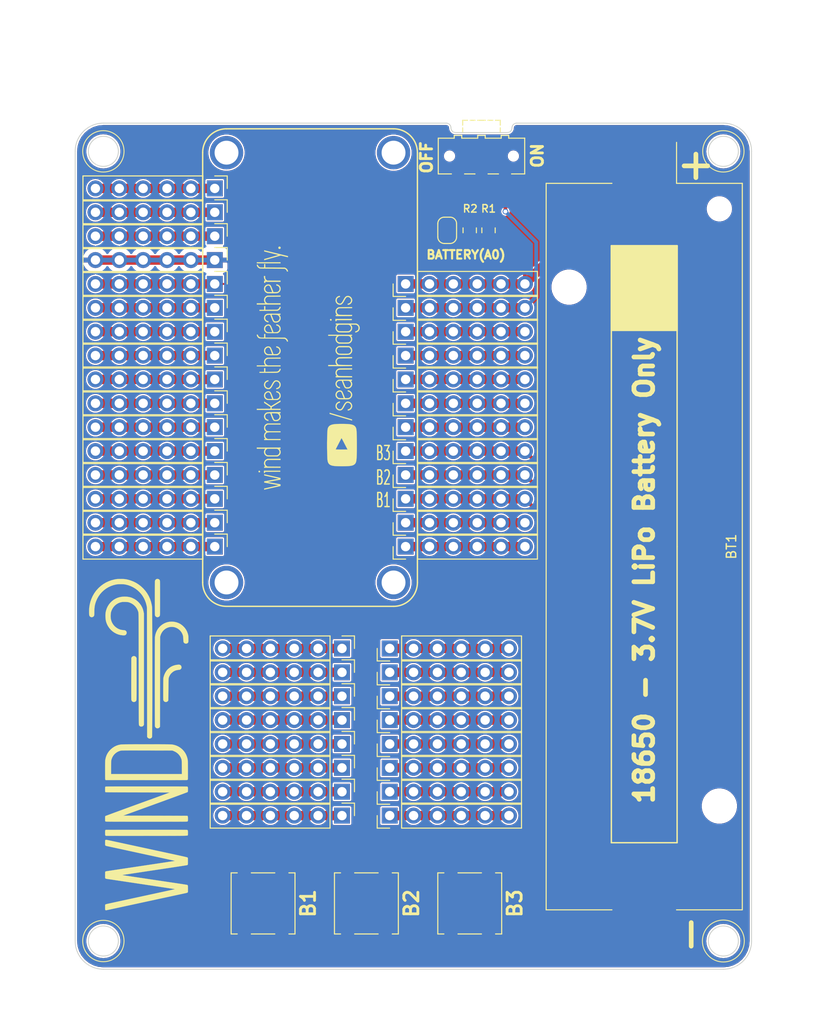
<source format=kicad_pcb>
(kicad_pcb (version 20171130) (host pcbnew "(5.1.2)-2")
  (title_block (title "Sensory Adaptation Robot") (date 2016-03-10) (rev 0.1a) (company "Idle Hands Dev.") (comment 1 "Sean Hodgins"))
  (layers (0 F.Cu signal) (31 B.Cu signal) (34 B.Paste user) (35 F.Paste user) (36 B.SilkS user) (37 F.SilkS user) (38 B.Mask user) (39 F.Mask user) (44 Edge.Cuts user))
  (net 0 "")
  (net 1 GND)
  (net 2 /VBAT)
  (net 3 /~RESET)
  (net 4 /A0)
  (net 5 /A4)
  (net 6 /MISO)
  (net 7 /D12)
  (net 8 /D6)
  (net 9 VCC)
  (net 10 /A1)
  (net 11 /A5)
  (net 12 /D0)
  (net 13 /EN)
  (net 14 /D11)
  (net 15 /D5)
  (net 16 /AREF)
  (net 17 /A2)
  (net 18 /SCK)
  (net 19 /D1)
  (net 20 /VUSB)
  (net 21 /D10)
  (net 22 /SCL)
  (net 23 /A3)
  (net 24 /MOSI)
  (net 25 /D13)
  (net 26 /D9)
  (net 27 /SDA)
  (net 28 "Net-(J29-Pad1)")
  (net 29 "Net-(J30-Pad1)")
  (net 30 "Net-(J31-Pad1)")
  (net 31 "Net-(J32-Pad1)")
  (net 32 "Net-(J33-Pad1)")
  (net 33 "Net-(J34-Pad1)")
  (net 34 "Net-(J35-Pad1)")
  (net 35 "Net-(J36-Pad1)")
  (net 36 "Net-(J37-Pad1)")
  (net 37 "Net-(J38-Pad1)")
  (net 38 "Net-(J39-Pad1)")
  (net 39 "Net-(J40-Pad1)")
  (net 40 "Net-(J41-Pad1)")
  (net 41 "Net-(J42-Pad1)")
  (net 42 "Net-(J43-Pad1)")
  (net 43 "Net-(J44-Pad1)")
  (net 44 "Net-(JP1-Pad1)")
  (net 45 "Net-(J25-Pad1)")
  (module Battery:BatteryHolder_Keystone_1042_1x18650 (layer F.Cu) (at 156.57596 71.044 270)
    (fp_text reference BT1 (at 0 -9.28 270) (layer F.SilkS))
    (fp_text value 18650)
    (fp_text user "18650 - 3.7V LiPo Battery Only" (at 2.5 0 270) (layer F.SilkS) (effects (font (size 2 2) (thickness 0.5))))
    (pad "" np_thru_hole circle (at -35.93 -8 270) (size 2.39 2.39) (drill 2.39) (layers *.Cu *.Mask))
    (pad "" np_thru_hole circle (at -27.6 8 270) (size 3.45 3.45) (drill 3.45) (layers *.Cu *.Mask))
    (pad "" np_thru_hole circle (at 27.6 -8 270) (size 3.45 3.45) (drill 3.45) (layers *.Cu *.Mask))
    (pad 2 smd rect (at 39.33 0 270) (size 7.34 6.35) (layers F.Cu F.Paste F.Mask) (net 1 GND))
    (pad 1 smd rect (at -39.33 0 270) (size 7.34 6.35) (layers F.Cu F.Paste F.Mask) (net 2 /VBAT))
  )
  (module Adafruit_FeatherWing:PCB_FeatherWing_silk (layer F.Cu) (at 121 52 270)
    (fp_text reference PCB**)
    (fp_text value VAL**)
    (pad "" np_thru_hole circle (at 22.86 8.89 270) (size 3.556 3.556) (drill 2.54) (layers *.Cu *.Mask))
    (pad "" np_thru_hole circle (at -22.86 8.89 270) (size 3.556 3.556) (drill 2.54) (layers *.Cu *.Mask))
    (pad "" np_thru_hole circle (at 22.86 -8.89 270) (size 3.556 3.556) (drill 2.54) (layers *.Cu *.Mask))
    (pad "" np_thru_hole circle (at -22.86 -8.89 270) (size 3.556 3.556) (drill 2.54) (layers *.Cu *.Mask))
  )
  (module Connector_PinHeader_2.54mm:PinHeader_1x06_P2.54mm_Vertical (layer F.Cu) (at 110.85596 32.944 270)
    (fp_text reference J1 hide)
    (fp_text value RESET)
    (pad 6 thru_hole oval (at 0 12.7 270) (size 1.7 1.7) (drill 1) (layers *.Cu *.Mask) (net 3 /~RESET))
    (pad 5 thru_hole oval (at 0 10.16 270) (size 1.7 1.7) (drill 1) (layers *.Cu *.Mask) (net 3 /~RESET))
    (pad 4 thru_hole oval (at 0 7.62 270) (size 1.7 1.7) (drill 1) (layers *.Cu *.Mask) (net 3 /~RESET))
    (pad 3 thru_hole oval (at 0 5.08 270) (size 1.7 1.7) (drill 1) (layers *.Cu *.Mask) (net 3 /~RESET))
    (pad 2 thru_hole oval (at 0 2.54 270) (size 1.7 1.7) (drill 1) (layers *.Cu *.Mask) (net 3 /~RESET))
    (pad 1 thru_hole rect (at 0 0 270) (size 1.7 1.7) (drill 1) (layers *.Cu *.Mask) (net 3 /~RESET))
  )
  (module Connector_PinHeader_2.54mm:PinHeader_1x06_P2.54mm_Vertical (layer F.Cu) (at 110.85596 43.104 270)
    (fp_text reference J2 hide)
    (fp_text value A0)
    (pad 6 thru_hole oval (at 0 12.7 270) (size 1.7 1.7) (drill 1) (layers *.Cu *.Mask) (net 4 /A0))
    (pad 5 thru_hole oval (at 0 10.16 270) (size 1.7 1.7) (drill 1) (layers *.Cu *.Mask) (net 4 /A0))
    (pad 4 thru_hole oval (at 0 7.62 270) (size 1.7 1.7) (drill 1) (layers *.Cu *.Mask) (net 4 /A0))
    (pad 3 thru_hole oval (at 0 5.08 270) (size 1.7 1.7) (drill 1) (layers *.Cu *.Mask) (net 4 /A0))
    (pad 2 thru_hole oval (at 0 2.54 270) (size 1.7 1.7) (drill 1) (layers *.Cu *.Mask) (net 4 /A0))
    (pad 1 thru_hole rect (at 0 0 270) (size 1.7 1.7) (drill 1) (layers *.Cu *.Mask) (net 4 /A0))
  )
  (module Connector_PinHeader_2.54mm:PinHeader_1x06_P2.54mm_Vertical (layer F.Cu) (at 110.85596 53.264 270)
    (fp_text reference J3 hide)
    (fp_text value A4)
    (pad 6 thru_hole oval (at 0 12.7 270) (size 1.7 1.7) (drill 1) (layers *.Cu *.Mask) (net 5 /A4))
    (pad 5 thru_hole oval (at 0 10.16 270) (size 1.7 1.7) (drill 1) (layers *.Cu *.Mask) (net 5 /A4))
    (pad 4 thru_hole oval (at 0 7.62 270) (size 1.7 1.7) (drill 1) (layers *.Cu *.Mask) (net 5 /A4))
    (pad 3 thru_hole oval (at 0 5.08 270) (size 1.7 1.7) (drill 1) (layers *.Cu *.Mask) (net 5 /A4))
    (pad 2 thru_hole oval (at 0 2.54 270) (size 1.7 1.7) (drill 1) (layers *.Cu *.Mask) (net 5 /A4))
    (pad 1 thru_hole rect (at 0 0 270) (size 1.7 1.7) (drill 1) (layers *.Cu *.Mask) (net 5 /A4))
  )
  (module Connector_PinHeader_2.54mm:PinHeader_1x06_P2.54mm_Vertical (layer F.Cu) (at 110.85596 63.424 270)
    (fp_text reference J4 hide)
    (fp_text value MISO)
    (pad 6 thru_hole oval (at 0 12.7 270) (size 1.7 1.7) (drill 1) (layers *.Cu *.Mask) (net 6 /MISO))
    (pad 5 thru_hole oval (at 0 10.16 270) (size 1.7 1.7) (drill 1) (layers *.Cu *.Mask) (net 6 /MISO))
    (pad 4 thru_hole oval (at 0 7.62 270) (size 1.7 1.7) (drill 1) (layers *.Cu *.Mask) (net 6 /MISO))
    (pad 3 thru_hole oval (at 0 5.08 270) (size 1.7 1.7) (drill 1) (layers *.Cu *.Mask) (net 6 /MISO))
    (pad 2 thru_hole oval (at 0 2.54 270) (size 1.7 1.7) (drill 1) (layers *.Cu *.Mask) (net 6 /MISO))
    (pad 1 thru_hole rect (at 0 0 270) (size 1.7 1.7) (drill 1) (layers *.Cu *.Mask) (net 6 /MISO))
  )
  (module Connector_PinHeader_2.54mm:PinHeader_1x06_P2.54mm_Vertical (layer F.Cu) (at 131.17596 43.104 90)
    (fp_text reference J5 hide)
    (fp_text value VBAT)
    (pad 1 thru_hole rect (at 0 0 90) (size 1.7 1.7) (drill 1) (layers *.Cu *.Mask) (net 2 /VBAT))
    (pad 2 thru_hole oval (at 0 2.54 90) (size 1.7 1.7) (drill 1) (layers *.Cu *.Mask) (net 2 /VBAT))
    (pad 3 thru_hole oval (at 0 5.08 90) (size 1.7 1.7) (drill 1) (layers *.Cu *.Mask) (net 2 /VBAT))
    (pad 4 thru_hole oval (at 0 7.62 90) (size 1.7 1.7) (drill 1) (layers *.Cu *.Mask) (net 2 /VBAT))
    (pad 5 thru_hole oval (at 0 10.16 90) (size 1.7 1.7) (drill 1) (layers *.Cu *.Mask) (net 2 /VBAT))
    (pad 6 thru_hole oval (at 0 12.7 90) (size 1.7 1.7) (drill 1) (layers *.Cu *.Mask) (net 2 /VBAT))
  )
  (module Connector_PinHeader_2.54mm:PinHeader_1x06_P2.54mm_Vertical (layer F.Cu) (at 131.17596 53.264 90)
    (fp_text reference J6 hide)
    (fp_text value D12)
    (pad 1 thru_hole rect (at 0 0 90) (size 1.7 1.7) (drill 1) (layers *.Cu *.Mask) (net 7 /D12))
    (pad 2 thru_hole oval (at 0 2.54 90) (size 1.7 1.7) (drill 1) (layers *.Cu *.Mask) (net 7 /D12))
    (pad 3 thru_hole oval (at 0 5.08 90) (size 1.7 1.7) (drill 1) (layers *.Cu *.Mask) (net 7 /D12))
    (pad 4 thru_hole oval (at 0 7.62 90) (size 1.7 1.7) (drill 1) (layers *.Cu *.Mask) (net 7 /D12))
    (pad 5 thru_hole oval (at 0 10.16 90) (size 1.7 1.7) (drill 1) (layers *.Cu *.Mask) (net 7 /D12))
    (pad 6 thru_hole oval (at 0 12.7 90) (size 1.7 1.7) (drill 1) (layers *.Cu *.Mask) (net 7 /D12))
  )
  (module Connector_PinHeader_2.54mm:PinHeader_1x06_P2.54mm_Vertical (layer F.Cu) (at 131.17596 63.424 90)
    (fp_text reference J7 hide)
    (fp_text value D6)
    (pad 1 thru_hole rect (at 0 0 90) (size 1.7 1.7) (drill 1) (layers *.Cu *.Mask) (net 8 /D6))
    (pad 2 thru_hole oval (at 0 2.54 90) (size 1.7 1.7) (drill 1) (layers *.Cu *.Mask) (net 8 /D6))
    (pad 3 thru_hole oval (at 0 5.08 90) (size 1.7 1.7) (drill 1) (layers *.Cu *.Mask) (net 8 /D6))
    (pad 4 thru_hole oval (at 0 7.62 90) (size 1.7 1.7) (drill 1) (layers *.Cu *.Mask) (net 8 /D6))
    (pad 5 thru_hole oval (at 0 10.16 90) (size 1.7 1.7) (drill 1) (layers *.Cu *.Mask) (net 8 /D6))
    (pad 6 thru_hole oval (at 0 12.7 90) (size 1.7 1.7) (drill 1) (layers *.Cu *.Mask) (net 8 /D6))
  )
  (module Connector_PinHeader_2.54mm:PinHeader_1x06_P2.54mm_Vertical (layer F.Cu) (at 110.85596 35.484 270)
    (fp_text reference J8 hide)
    (fp_text value VCC)
    (pad 1 thru_hole rect (at 0 0 270) (size 1.7 1.7) (drill 1) (layers *.Cu *.Mask) (net 9 VCC))
    (pad 2 thru_hole oval (at 0 2.54 270) (size 1.7 1.7) (drill 1) (layers *.Cu *.Mask) (net 9 VCC))
    (pad 3 thru_hole oval (at 0 5.08 270) (size 1.7 1.7) (drill 1) (layers *.Cu *.Mask) (net 9 VCC))
    (pad 4 thru_hole oval (at 0 7.62 270) (size 1.7 1.7) (drill 1) (layers *.Cu *.Mask) (net 9 VCC))
    (pad 5 thru_hole oval (at 0 10.16 270) (size 1.7 1.7) (drill 1) (layers *.Cu *.Mask) (net 9 VCC))
    (pad 6 thru_hole oval (at 0 12.7 270) (size 1.7 1.7) (drill 1) (layers *.Cu *.Mask) (net 9 VCC))
  )
  (module Connector_PinHeader_2.54mm:PinHeader_1x06_P2.54mm_Vertical (layer F.Cu) (at 110.85596 45.644 270)
    (fp_text reference J9 hide)
    (fp_text value A1)
    (pad 1 thru_hole rect (at 0 0 270) (size 1.7 1.7) (drill 1) (layers *.Cu *.Mask) (net 10 /A1))
    (pad 2 thru_hole oval (at 0 2.54 270) (size 1.7 1.7) (drill 1) (layers *.Cu *.Mask) (net 10 /A1))
    (pad 3 thru_hole oval (at 0 5.08 270) (size 1.7 1.7) (drill 1) (layers *.Cu *.Mask) (net 10 /A1))
    (pad 4 thru_hole oval (at 0 7.62 270) (size 1.7 1.7) (drill 1) (layers *.Cu *.Mask) (net 10 /A1))
    (pad 5 thru_hole oval (at 0 10.16 270) (size 1.7 1.7) (drill 1) (layers *.Cu *.Mask) (net 10 /A1))
    (pad 6 thru_hole oval (at 0 12.7 270) (size 1.7 1.7) (drill 1) (layers *.Cu *.Mask) (net 10 /A1))
  )
  (module Connector_PinHeader_2.54mm:PinHeader_1x06_P2.54mm_Vertical (layer F.Cu) (at 110.85596 55.804 270)
    (fp_text reference J10 hide)
    (fp_text value A5)
    (pad 1 thru_hole rect (at 0 0 270) (size 1.7 1.7) (drill 1) (layers *.Cu *.Mask) (net 11 /A5))
    (pad 2 thru_hole oval (at 0 2.54 270) (size 1.7 1.7) (drill 1) (layers *.Cu *.Mask) (net 11 /A5))
    (pad 3 thru_hole oval (at 0 5.08 270) (size 1.7 1.7) (drill 1) (layers *.Cu *.Mask) (net 11 /A5))
    (pad 4 thru_hole oval (at 0 7.62 270) (size 1.7 1.7) (drill 1) (layers *.Cu *.Mask) (net 11 /A5))
    (pad 5 thru_hole oval (at 0 10.16 270) (size 1.7 1.7) (drill 1) (layers *.Cu *.Mask) (net 11 /A5))
    (pad 6 thru_hole oval (at 0 12.7 270) (size 1.7 1.7) (drill 1) (layers *.Cu *.Mask) (net 11 /A5))
  )
  (module Connector_PinHeader_2.54mm:PinHeader_1x06_P2.54mm_Vertical (layer F.Cu) (at 110.85596 65.964 270)
    (fp_text reference J11 hide)
    (fp_text value D0)
    (pad 1 thru_hole rect (at 0 0 270) (size 1.7 1.7) (drill 1) (layers *.Cu *.Mask) (net 12 /D0))
    (pad 2 thru_hole oval (at 0 2.54 270) (size 1.7 1.7) (drill 1) (layers *.Cu *.Mask) (net 12 /D0))
    (pad 3 thru_hole oval (at 0 5.08 270) (size 1.7 1.7) (drill 1) (layers *.Cu *.Mask) (net 12 /D0))
    (pad 4 thru_hole oval (at 0 7.62 270) (size 1.7 1.7) (drill 1) (layers *.Cu *.Mask) (net 12 /D0))
    (pad 5 thru_hole oval (at 0 10.16 270) (size 1.7 1.7) (drill 1) (layers *.Cu *.Mask) (net 12 /D0))
    (pad 6 thru_hole oval (at 0 12.7 270) (size 1.7 1.7) (drill 1) (layers *.Cu *.Mask) (net 12 /D0))
  )
  (module Connector_PinHeader_2.54mm:PinHeader_1x06_P2.54mm_Vertical (layer F.Cu) (at 131.17596 45.644 90)
    (fp_text reference J12 hide)
    (fp_text value EN)
    (pad 6 thru_hole oval (at 0 12.7 90) (size 1.7 1.7) (drill 1) (layers *.Cu *.Mask) (net 13 /EN))
    (pad 5 thru_hole oval (at 0 10.16 90) (size 1.7 1.7) (drill 1) (layers *.Cu *.Mask) (net 13 /EN))
    (pad 4 thru_hole oval (at 0 7.62 90) (size 1.7 1.7) (drill 1) (layers *.Cu *.Mask) (net 13 /EN))
    (pad 3 thru_hole oval (at 0 5.08 90) (size 1.7 1.7) (drill 1) (layers *.Cu *.Mask) (net 13 /EN))
    (pad 2 thru_hole oval (at 0 2.54 90) (size 1.7 1.7) (drill 1) (layers *.Cu *.Mask) (net 13 /EN))
    (pad 1 thru_hole rect (at 0 0 90) (size 1.7 1.7) (drill 1) (layers *.Cu *.Mask) (net 13 /EN))
  )
  (module Connector_PinHeader_2.54mm:PinHeader_1x06_P2.54mm_Vertical (layer F.Cu) (at 131.17596 55.804 90)
    (fp_text reference J13 hide)
    (fp_text value D11)
    (pad 6 thru_hole oval (at 0 12.7 90) (size 1.7 1.7) (drill 1) (layers *.Cu *.Mask) (net 14 /D11))
    (pad 5 thru_hole oval (at 0 10.16 90) (size 1.7 1.7) (drill 1) (layers *.Cu *.Mask) (net 14 /D11))
    (pad 4 thru_hole oval (at 0 7.62 90) (size 1.7 1.7) (drill 1) (layers *.Cu *.Mask) (net 14 /D11))
    (pad 3 thru_hole oval (at 0 5.08 90) (size 1.7 1.7) (drill 1) (layers *.Cu *.Mask) (net 14 /D11))
    (pad 2 thru_hole oval (at 0 2.54 90) (size 1.7 1.7) (drill 1) (layers *.Cu *.Mask) (net 14 /D11))
    (pad 1 thru_hole rect (at 0 0 90) (size 1.7 1.7) (drill 1) (layers *.Cu *.Mask) (net 14 /D11))
  )
  (module Connector_PinHeader_2.54mm:PinHeader_1x06_P2.54mm_Vertical (layer F.Cu) (at 131.17596 65.964 90)
    (fp_text reference J14 hide)
    (fp_text value D5)
    (pad 6 thru_hole oval (at 0 12.7 90) (size 1.7 1.7) (drill 1) (layers *.Cu *.Mask) (net 15 /D5))
    (pad 5 thru_hole oval (at 0 10.16 90) (size 1.7 1.7) (drill 1) (layers *.Cu *.Mask) (net 15 /D5))
    (pad 4 thru_hole oval (at 0 7.62 90) (size 1.7 1.7) (drill 1) (layers *.Cu *.Mask) (net 15 /D5))
    (pad 3 thru_hole oval (at 0 5.08 90) (size 1.7 1.7) (drill 1) (layers *.Cu *.Mask) (net 15 /D5))
    (pad 2 thru_hole oval (at 0 2.54 90) (size 1.7 1.7) (drill 1) (layers *.Cu *.Mask) (net 15 /D5))
    (pad 1 thru_hole rect (at 0 0 90) (size 1.7 1.7) (drill 1) (layers *.Cu *.Mask) (net 15 /D5))
  )
  (module Connector_PinHeader_2.54mm:PinHeader_1x06_P2.54mm_Vertical (layer F.Cu) (at 110.85596 38.024 270)
    (fp_text reference J15 hide)
    (fp_text value AREF)
    (pad 6 thru_hole oval (at 0 12.7 270) (size 1.7 1.7) (drill 1) (layers *.Cu *.Mask) (net 16 /AREF))
    (pad 5 thru_hole oval (at 0 10.16 270) (size 1.7 1.7) (drill 1) (layers *.Cu *.Mask) (net 16 /AREF))
    (pad 4 thru_hole oval (at 0 7.62 270) (size 1.7 1.7) (drill 1) (layers *.Cu *.Mask) (net 16 /AREF))
    (pad 3 thru_hole oval (at 0 5.08 270) (size 1.7 1.7) (drill 1) (layers *.Cu *.Mask) (net 16 /AREF))
    (pad 2 thru_hole oval (at 0 2.54 270) (size 1.7 1.7) (drill 1) (layers *.Cu *.Mask) (net 16 /AREF))
    (pad 1 thru_hole rect (at 0 0 270) (size 1.7 1.7) (drill 1) (layers *.Cu *.Mask) (net 16 /AREF))
  )
  (module Connector_PinHeader_2.54mm:PinHeader_1x06_P2.54mm_Vertical (layer F.Cu) (at 110.85596 48.184 270)
    (fp_text reference J16 hide)
    (fp_text value A2)
    (pad 6 thru_hole oval (at 0 12.7 270) (size 1.7 1.7) (drill 1) (layers *.Cu *.Mask) (net 17 /A2))
    (pad 5 thru_hole oval (at 0 10.16 270) (size 1.7 1.7) (drill 1) (layers *.Cu *.Mask) (net 17 /A2))
    (pad 4 thru_hole oval (at 0 7.62 270) (size 1.7 1.7) (drill 1) (layers *.Cu *.Mask) (net 17 /A2))
    (pad 3 thru_hole oval (at 0 5.08 270) (size 1.7 1.7) (drill 1) (layers *.Cu *.Mask) (net 17 /A2))
    (pad 2 thru_hole oval (at 0 2.54 270) (size 1.7 1.7) (drill 1) (layers *.Cu *.Mask) (net 17 /A2))
    (pad 1 thru_hole rect (at 0 0 270) (size 1.7 1.7) (drill 1) (layers *.Cu *.Mask) (net 17 /A2))
  )
  (module Connector_PinHeader_2.54mm:PinHeader_1x06_P2.54mm_Vertical (layer F.Cu) (at 110.85596 58.344 270)
    (fp_text reference J17 hide)
    (fp_text value SCK)
    (pad 6 thru_hole oval (at 0 12.7 270) (size 1.7 1.7) (drill 1) (layers *.Cu *.Mask) (net 18 /SCK))
    (pad 5 thru_hole oval (at 0 10.16 270) (size 1.7 1.7) (drill 1) (layers *.Cu *.Mask) (net 18 /SCK))
    (pad 4 thru_hole oval (at 0 7.62 270) (size 1.7 1.7) (drill 1) (layers *.Cu *.Mask) (net 18 /SCK))
    (pad 3 thru_hole oval (at 0 5.08 270) (size 1.7 1.7) (drill 1) (layers *.Cu *.Mask) (net 18 /SCK))
    (pad 2 thru_hole oval (at 0 2.54 270) (size 1.7 1.7) (drill 1) (layers *.Cu *.Mask) (net 18 /SCK))
    (pad 1 thru_hole rect (at 0 0 270) (size 1.7 1.7) (drill 1) (layers *.Cu *.Mask) (net 18 /SCK))
  )
  (module Connector_PinHeader_2.54mm:PinHeader_1x06_P2.54mm_Vertical (layer F.Cu) (at 110.85596 68.504 270)
    (fp_text reference J18 hide)
    (fp_text value D1)
    (pad 1 thru_hole rect (at 0 0 270) (size 1.7 1.7) (drill 1) (layers *.Cu *.Mask) (net 19 /D1))
    (pad 2 thru_hole oval (at 0 2.54 270) (size 1.7 1.7) (drill 1) (layers *.Cu *.Mask) (net 19 /D1))
    (pad 3 thru_hole oval (at 0 5.08 270) (size 1.7 1.7) (drill 1) (layers *.Cu *.Mask) (net 19 /D1))
    (pad 4 thru_hole oval (at 0 7.62 270) (size 1.7 1.7) (drill 1) (layers *.Cu *.Mask) (net 19 /D1))
    (pad 5 thru_hole oval (at 0 10.16 270) (size 1.7 1.7) (drill 1) (layers *.Cu *.Mask) (net 19 /D1))
    (pad 6 thru_hole oval (at 0 12.7 270) (size 1.7 1.7) (drill 1) (layers *.Cu *.Mask) (net 19 /D1))
  )
  (module Connector_PinHeader_2.54mm:PinHeader_1x06_P2.54mm_Vertical (layer F.Cu) (at 131.17596 48.184 90)
    (fp_text reference J19 hide)
    (fp_text value VBUS)
    (pad 1 thru_hole rect (at 0 0 90) (size 1.7 1.7) (drill 1) (layers *.Cu *.Mask) (net 20 /VUSB))
    (pad 2 thru_hole oval (at 0 2.54 90) (size 1.7 1.7) (drill 1) (layers *.Cu *.Mask) (net 20 /VUSB))
    (pad 3 thru_hole oval (at 0 5.08 90) (size 1.7 1.7) (drill 1) (layers *.Cu *.Mask) (net 20 /VUSB))
    (pad 4 thru_hole oval (at 0 7.62 90) (size 1.7 1.7) (drill 1) (layers *.Cu *.Mask) (net 20 /VUSB))
    (pad 5 thru_hole oval (at 0 10.16 90) (size 1.7 1.7) (drill 1) (layers *.Cu *.Mask) (net 20 /VUSB))
    (pad 6 thru_hole oval (at 0 12.7 90) (size 1.7 1.7) (drill 1) (layers *.Cu *.Mask) (net 20 /VUSB))
  )
  (module Connector_PinHeader_2.54mm:PinHeader_1x06_P2.54mm_Vertical (layer F.Cu) (at 131.17596 58.344 90)
    (fp_text reference J20 hide)
    (fp_text value D10)
    (pad 1 thru_hole rect (at 0 0 90) (size 1.7 1.7) (drill 1) (layers *.Cu *.Mask) (net 21 /D10))
    (pad 2 thru_hole oval (at 0 2.54 90) (size 1.7 1.7) (drill 1) (layers *.Cu *.Mask) (net 21 /D10))
    (pad 3 thru_hole oval (at 0 5.08 90) (size 1.7 1.7) (drill 1) (layers *.Cu *.Mask) (net 21 /D10))
    (pad 4 thru_hole oval (at 0 7.62 90) (size 1.7 1.7) (drill 1) (layers *.Cu *.Mask) (net 21 /D10))
    (pad 5 thru_hole oval (at 0 10.16 90) (size 1.7 1.7) (drill 1) (layers *.Cu *.Mask) (net 21 /D10))
    (pad 6 thru_hole oval (at 0 12.7 90) (size 1.7 1.7) (drill 1) (layers *.Cu *.Mask) (net 21 /D10))
  )
  (module Connector_PinHeader_2.54mm:PinHeader_1x06_P2.54mm_Vertical (layer F.Cu) (at 131.17596 68.504 90)
    (fp_text reference J21 hide)
    (fp_text value SCL)
    (pad 1 thru_hole rect (at 0 0 90) (size 1.7 1.7) (drill 1) (layers *.Cu *.Mask) (net 22 /SCL))
    (pad 2 thru_hole oval (at 0 2.54 90) (size 1.7 1.7) (drill 1) (layers *.Cu *.Mask) (net 22 /SCL))
    (pad 3 thru_hole oval (at 0 5.08 90) (size 1.7 1.7) (drill 1) (layers *.Cu *.Mask) (net 22 /SCL))
    (pad 4 thru_hole oval (at 0 7.62 90) (size 1.7 1.7) (drill 1) (layers *.Cu *.Mask) (net 22 /SCL))
    (pad 5 thru_hole oval (at 0 10.16 90) (size 1.7 1.7) (drill 1) (layers *.Cu *.Mask) (net 22 /SCL))
    (pad 6 thru_hole oval (at 0 12.7 90) (size 1.7 1.7) (drill 1) (layers *.Cu *.Mask) (net 22 /SCL))
  )
  (module Connector_PinHeader_2.54mm:PinHeader_1x06_P2.54mm_Vertical (layer F.Cu) (at 110.85596 40.564 270)
    (fp_text reference J22 hide)
    (fp_text value GND)
    (pad 1 thru_hole rect (at 0 0 270) (size 1.7 1.7) (drill 1) (layers *.Cu *.Mask) (net 1 GND))
    (pad 2 thru_hole oval (at 0 2.54 270) (size 1.7 1.7) (drill 1) (layers *.Cu *.Mask) (net 1 GND))
    (pad 3 thru_hole oval (at 0 5.08 270) (size 1.7 1.7) (drill 1) (layers *.Cu *.Mask) (net 1 GND))
    (pad 4 thru_hole oval (at 0 7.62 270) (size 1.7 1.7) (drill 1) (layers *.Cu *.Mask) (net 1 GND))
    (pad 5 thru_hole oval (at 0 10.16 270) (size 1.7 1.7) (drill 1) (layers *.Cu *.Mask) (net 1 GND))
    (pad 6 thru_hole oval (at 0 12.7 270) (size 1.7 1.7) (drill 1) (layers *.Cu *.Mask) (net 1 GND))
  )
  (module Connector_PinHeader_2.54mm:PinHeader_1x06_P2.54mm_Vertical (layer F.Cu) (at 110.85596 50.724 270)
    (fp_text reference J23 hide)
    (fp_text value A3)
    (pad 1 thru_hole rect (at 0 0 270) (size 1.7 1.7) (drill 1) (layers *.Cu *.Mask) (net 23 /A3))
    (pad 2 thru_hole oval (at 0 2.54 270) (size 1.7 1.7) (drill 1) (layers *.Cu *.Mask) (net 23 /A3))
    (pad 3 thru_hole oval (at 0 5.08 270) (size 1.7 1.7) (drill 1) (layers *.Cu *.Mask) (net 23 /A3))
    (pad 4 thru_hole oval (at 0 7.62 270) (size 1.7 1.7) (drill 1) (layers *.Cu *.Mask) (net 23 /A3))
    (pad 5 thru_hole oval (at 0 10.16 270) (size 1.7 1.7) (drill 1) (layers *.Cu *.Mask) (net 23 /A3))
    (pad 6 thru_hole oval (at 0 12.7 270) (size 1.7 1.7) (drill 1) (layers *.Cu *.Mask) (net 23 /A3))
  )
  (module Connector_PinHeader_2.54mm:PinHeader_1x06_P2.54mm_Vertical (layer F.Cu) (at 110.85596 60.884 270)
    (fp_text reference J24 hide)
    (fp_text value MOSI)
    (pad 1 thru_hole rect (at 0 0 270) (size 1.7 1.7) (drill 1) (layers *.Cu *.Mask) (net 24 /MOSI))
    (pad 2 thru_hole oval (at 0 2.54 270) (size 1.7 1.7) (drill 1) (layers *.Cu *.Mask) (net 24 /MOSI))
    (pad 3 thru_hole oval (at 0 5.08 270) (size 1.7 1.7) (drill 1) (layers *.Cu *.Mask) (net 24 /MOSI))
    (pad 4 thru_hole oval (at 0 7.62 270) (size 1.7 1.7) (drill 1) (layers *.Cu *.Mask) (net 24 /MOSI))
    (pad 5 thru_hole oval (at 0 10.16 270) (size 1.7 1.7) (drill 1) (layers *.Cu *.Mask) (net 24 /MOSI))
    (pad 6 thru_hole oval (at 0 12.7 270) (size 1.7 1.7) (drill 1) (layers *.Cu *.Mask) (net 24 /MOSI))
  )
  (module Connector_PinHeader_2.54mm:PinHeader_1x06_P2.54mm_Vertical (layer F.Cu) (at 110.85596 71.044 270)
    (fp_text reference J25 hide)
    (fp_text value EXT)
    (pad 6 thru_hole oval (at 0 12.7 270) (size 1.7 1.7) (drill 1) (layers *.Cu *.Mask) (net 45 "Net-(J25-Pad1)"))
    (pad 5 thru_hole oval (at 0 10.16 270) (size 1.7 1.7) (drill 1) (layers *.Cu *.Mask) (net 45 "Net-(J25-Pad1)"))
    (pad 4 thru_hole oval (at 0 7.62 270) (size 1.7 1.7) (drill 1) (layers *.Cu *.Mask) (net 45 "Net-(J25-Pad1)"))
    (pad 3 thru_hole oval (at 0 5.08 270) (size 1.7 1.7) (drill 1) (layers *.Cu *.Mask) (net 45 "Net-(J25-Pad1)"))
    (pad 2 thru_hole oval (at 0 2.54 270) (size 1.7 1.7) (drill 1) (layers *.Cu *.Mask) (net 45 "Net-(J25-Pad1)"))
    (pad 1 thru_hole rect (at 0 0 270) (size 1.7 1.7) (drill 1) (layers *.Cu *.Mask) (net 45 "Net-(J25-Pad1)"))
  )
  (module Connector_PinHeader_2.54mm:PinHeader_1x06_P2.54mm_Vertical (layer F.Cu) (at 131.17596 50.724 90)
    (fp_text reference J26 hide)
    (fp_text value D13)
    (pad 6 thru_hole oval (at 0 12.7 90) (size 1.7 1.7) (drill 1) (layers *.Cu *.Mask) (net 25 /D13))
    (pad 5 thru_hole oval (at 0 10.16 90) (size 1.7 1.7) (drill 1) (layers *.Cu *.Mask) (net 25 /D13))
    (pad 4 thru_hole oval (at 0 7.62 90) (size 1.7 1.7) (drill 1) (layers *.Cu *.Mask) (net 25 /D13))
    (pad 3 thru_hole oval (at 0 5.08 90) (size 1.7 1.7) (drill 1) (layers *.Cu *.Mask) (net 25 /D13))
    (pad 2 thru_hole oval (at 0 2.54 90) (size 1.7 1.7) (drill 1) (layers *.Cu *.Mask) (net 25 /D13))
    (pad 1 thru_hole rect (at 0 0 90) (size 1.7 1.7) (drill 1) (layers *.Cu *.Mask) (net 25 /D13))
  )
  (module Connector_PinHeader_2.54mm:PinHeader_1x06_P2.54mm_Vertical (layer F.Cu) (at 131.17596 60.884 90)
    (fp_text reference J27 hide)
    (fp_text value D9)
    (pad 6 thru_hole oval (at 0 12.7 90) (size 1.7 1.7) (drill 1) (layers *.Cu *.Mask) (net 26 /D9))
    (pad 5 thru_hole oval (at 0 10.16 90) (size 1.7 1.7) (drill 1) (layers *.Cu *.Mask) (net 26 /D9))
    (pad 4 thru_hole oval (at 0 7.62 90) (size 1.7 1.7) (drill 1) (layers *.Cu *.Mask) (net 26 /D9))
    (pad 3 thru_hole oval (at 0 5.08 90) (size 1.7 1.7) (drill 1) (layers *.Cu *.Mask) (net 26 /D9))
    (pad 2 thru_hole oval (at 0 2.54 90) (size 1.7 1.7) (drill 1) (layers *.Cu *.Mask) (net 26 /D9))
    (pad 1 thru_hole rect (at 0 0 90) (size 1.7 1.7) (drill 1) (layers *.Cu *.Mask) (net 26 /D9))
  )
  (module Connector_PinHeader_2.54mm:PinHeader_1x06_P2.54mm_Vertical (layer F.Cu) (at 131.17596 71.044 90)
    (fp_text reference J28 hide)
    (fp_text value SDA)
    (pad 6 thru_hole oval (at 0 12.7 90) (size 1.7 1.7) (drill 1) (layers *.Cu *.Mask) (net 27 /SDA))
    (pad 5 thru_hole oval (at 0 10.16 90) (size 1.7 1.7) (drill 1) (layers *.Cu *.Mask) (net 27 /SDA))
    (pad 4 thru_hole oval (at 0 7.62 90) (size 1.7 1.7) (drill 1) (layers *.Cu *.Mask) (net 27 /SDA))
    (pad 3 thru_hole oval (at 0 5.08 90) (size 1.7 1.7) (drill 1) (layers *.Cu *.Mask) (net 27 /SDA))
    (pad 2 thru_hole oval (at 0 2.54 90) (size 1.7 1.7) (drill 1) (layers *.Cu *.Mask) (net 27 /SDA))
    (pad 1 thru_hole rect (at 0 0 90) (size 1.7 1.7) (drill 1) (layers *.Cu *.Mask) (net 27 /SDA))
  )
  (module Button_Switch_SMD:SW_SPDT_CK-JS102011SAQN (layer F.Cu) (at 139.25 29.5 180)
    (fp_text reference SW1 hide)
    (fp_text value SW_SPDT)
    (pad 1 smd rect (at -2.5 -2.75 180) (size 1.25 2.5) (layers F.Cu F.Paste F.Mask) (net 13 /EN))
    (pad 2 smd rect (at 0 -2.75 180) (size 1.25 2.5) (layers F.Cu F.Paste F.Mask) (net 1 GND))
    (pad 3 smd rect (at 2.5 -2.75 180) (size 1.25 2.5) (layers F.Cu F.Paste F.Mask) (net 1 GND))
    (pad "" np_thru_hole circle (at -3.4 0 180) (size 0.9 0.9) (drill 0.9) (layers *.Cu *.Mask))
    (pad "" np_thru_hole circle (at 3.4 0 180) (size 0.9 0.9) (drill 0.9) (layers *.Cu *.Mask))
  )
  (module Connector_PinHeader_2.54mm:PinHeader_1x06_P2.54mm_Vertical (layer F.Cu) (at 129.48 81.88 90)
    (fp_text reference J29 hide)
    (fp_text value Proto)
    (pad 6 thru_hole oval (at 0 12.7 90) (size 1.7 1.7) (drill 1) (layers *.Cu *.Mask) (net 28 "Net-(J29-Pad1)"))
    (pad 5 thru_hole oval (at 0 10.16 90) (size 1.7 1.7) (drill 1) (layers *.Cu *.Mask) (net 28 "Net-(J29-Pad1)"))
    (pad 4 thru_hole oval (at 0 7.62 90) (size 1.7 1.7) (drill 1) (layers *.Cu *.Mask) (net 28 "Net-(J29-Pad1)"))
    (pad 3 thru_hole oval (at 0 5.08 90) (size 1.7 1.7) (drill 1) (layers *.Cu *.Mask) (net 28 "Net-(J29-Pad1)"))
    (pad 2 thru_hole oval (at 0 2.54 90) (size 1.7 1.7) (drill 1) (layers *.Cu *.Mask) (net 28 "Net-(J29-Pad1)"))
    (pad 1 thru_hole rect (at 0 0 90) (size 1.7 1.7) (drill 1) (layers *.Cu *.Mask) (net 28 "Net-(J29-Pad1)"))
  )
  (module Connector_PinHeader_2.54mm:PinHeader_1x06_P2.54mm_Vertical (layer F.Cu) (at 124.4 81.88 270)
    (fp_text reference J30 hide)
    (fp_text value Proto)
    (pad 1 thru_hole rect (at 0 0 270) (size 1.7 1.7) (drill 1) (layers *.Cu *.Mask) (net 29 "Net-(J30-Pad1)"))
    (pad 2 thru_hole oval (at 0 2.54 270) (size 1.7 1.7) (drill 1) (layers *.Cu *.Mask) (net 29 "Net-(J30-Pad1)"))
    (pad 3 thru_hole oval (at 0 5.08 270) (size 1.7 1.7) (drill 1) (layers *.Cu *.Mask) (net 29 "Net-(J30-Pad1)"))
    (pad 4 thru_hole oval (at 0 7.62 270) (size 1.7 1.7) (drill 1) (layers *.Cu *.Mask) (net 29 "Net-(J30-Pad1)"))
    (pad 5 thru_hole oval (at 0 10.16 270) (size 1.7 1.7) (drill 1) (layers *.Cu *.Mask) (net 29 "Net-(J30-Pad1)"))
    (pad 6 thru_hole oval (at 0 12.7 270) (size 1.7 1.7) (drill 1) (layers *.Cu *.Mask) (net 29 "Net-(J30-Pad1)"))
  )
  (module Connector_PinHeader_2.54mm:PinHeader_1x06_P2.54mm_Vertical (layer F.Cu) (at 124.4 84.42 270)
    (fp_text reference J31 hide)
    (fp_text value Proto)
    (pad 6 thru_hole oval (at 0 12.7 270) (size 1.7 1.7) (drill 1) (layers *.Cu *.Mask) (net 30 "Net-(J31-Pad1)"))
    (pad 5 thru_hole oval (at 0 10.16 270) (size 1.7 1.7) (drill 1) (layers *.Cu *.Mask) (net 30 "Net-(J31-Pad1)"))
    (pad 4 thru_hole oval (at 0 7.62 270) (size 1.7 1.7) (drill 1) (layers *.Cu *.Mask) (net 30 "Net-(J31-Pad1)"))
    (pad 3 thru_hole oval (at 0 5.08 270) (size 1.7 1.7) (drill 1) (layers *.Cu *.Mask) (net 30 "Net-(J31-Pad1)"))
    (pad 2 thru_hole oval (at 0 2.54 270) (size 1.7 1.7) (drill 1) (layers *.Cu *.Mask) (net 30 "Net-(J31-Pad1)"))
    (pad 1 thru_hole rect (at 0 0 270) (size 1.7 1.7) (drill 1) (layers *.Cu *.Mask) (net 30 "Net-(J31-Pad1)"))
  )
  (module Connector_PinHeader_2.54mm:PinHeader_1x06_P2.54mm_Vertical (layer F.Cu) (at 129.48 84.42 90)
    (fp_text reference J32 hide)
    (fp_text value Proto)
    (pad 1 thru_hole rect (at 0 0 90) (size 1.7 1.7) (drill 1) (layers *.Cu *.Mask) (net 31 "Net-(J32-Pad1)"))
    (pad 2 thru_hole oval (at 0 2.54 90) (size 1.7 1.7) (drill 1) (layers *.Cu *.Mask) (net 31 "Net-(J32-Pad1)"))
    (pad 3 thru_hole oval (at 0 5.08 90) (size 1.7 1.7) (drill 1) (layers *.Cu *.Mask) (net 31 "Net-(J32-Pad1)"))
    (pad 4 thru_hole oval (at 0 7.62 90) (size 1.7 1.7) (drill 1) (layers *.Cu *.Mask) (net 31 "Net-(J32-Pad1)"))
    (pad 5 thru_hole oval (at 0 10.16 90) (size 1.7 1.7) (drill 1) (layers *.Cu *.Mask) (net 31 "Net-(J32-Pad1)"))
    (pad 6 thru_hole oval (at 0 12.7 90) (size 1.7 1.7) (drill 1) (layers *.Cu *.Mask) (net 31 "Net-(J32-Pad1)"))
  )
  (module Connector_PinHeader_2.54mm:PinHeader_1x06_P2.54mm_Vertical (layer F.Cu) (at 124.4 86.96 270)
    (fp_text reference J33 hide)
    (fp_text value Proto)
    (pad 6 thru_hole oval (at 0 12.7 270) (size 1.7 1.7) (drill 1) (layers *.Cu *.Mask) (net 32 "Net-(J33-Pad1)"))
    (pad 5 thru_hole oval (at 0 10.16 270) (size 1.7 1.7) (drill 1) (layers *.Cu *.Mask) (net 32 "Net-(J33-Pad1)"))
    (pad 4 thru_hole oval (at 0 7.62 270) (size 1.7 1.7) (drill 1) (layers *.Cu *.Mask) (net 32 "Net-(J33-Pad1)"))
    (pad 3 thru_hole oval (at 0 5.08 270) (size 1.7 1.7) (drill 1) (layers *.Cu *.Mask) (net 32 "Net-(J33-Pad1)"))
    (pad 2 thru_hole oval (at 0 2.54 270) (size 1.7 1.7) (drill 1) (layers *.Cu *.Mask) (net 32 "Net-(J33-Pad1)"))
    (pad 1 thru_hole rect (at 0 0 270) (size 1.7 1.7) (drill 1) (layers *.Cu *.Mask) (net 32 "Net-(J33-Pad1)"))
  )
  (module Connector_PinHeader_2.54mm:PinHeader_1x06_P2.54mm_Vertical (layer F.Cu) (at 124.4 89.5 270)
    (fp_text reference J34 hide)
    (fp_text value Proto)
    (pad 1 thru_hole rect (at 0 0 270) (size 1.7 1.7) (drill 1) (layers *.Cu *.Mask) (net 33 "Net-(J34-Pad1)"))
    (pad 2 thru_hole oval (at 0 2.54 270) (size 1.7 1.7) (drill 1) (layers *.Cu *.Mask) (net 33 "Net-(J34-Pad1)"))
    (pad 3 thru_hole oval (at 0 5.08 270) (size 1.7 1.7) (drill 1) (layers *.Cu *.Mask) (net 33 "Net-(J34-Pad1)"))
    (pad 4 thru_hole oval (at 0 7.62 270) (size 1.7 1.7) (drill 1) (layers *.Cu *.Mask) (net 33 "Net-(J34-Pad1)"))
    (pad 5 thru_hole oval (at 0 10.16 270) (size 1.7 1.7) (drill 1) (layers *.Cu *.Mask) (net 33 "Net-(J34-Pad1)"))
    (pad 6 thru_hole oval (at 0 12.7 270) (size 1.7 1.7) (drill 1) (layers *.Cu *.Mask) (net 33 "Net-(J34-Pad1)"))
  )
  (module Connector_PinHeader_2.54mm:PinHeader_1x06_P2.54mm_Vertical (layer F.Cu) (at 124.4 92.04 270)
    (fp_text reference J35 hide)
    (fp_text value Proto)
    (pad 1 thru_hole rect (at 0 0 270) (size 1.7 1.7) (drill 1) (layers *.Cu *.Mask) (net 34 "Net-(J35-Pad1)"))
    (pad 2 thru_hole oval (at 0 2.54 270) (size 1.7 1.7) (drill 1) (layers *.Cu *.Mask) (net 34 "Net-(J35-Pad1)"))
    (pad 3 thru_hole oval (at 0 5.08 270) (size 1.7 1.7) (drill 1) (layers *.Cu *.Mask) (net 34 "Net-(J35-Pad1)"))
    (pad 4 thru_hole oval (at 0 7.62 270) (size 1.7 1.7) (drill 1) (layers *.Cu *.Mask) (net 34 "Net-(J35-Pad1)"))
    (pad 5 thru_hole oval (at 0 10.16 270) (size 1.7 1.7) (drill 1) (layers *.Cu *.Mask) (net 34 "Net-(J35-Pad1)"))
    (pad 6 thru_hole oval (at 0 12.7 270) (size 1.7 1.7) (drill 1) (layers *.Cu *.Mask) (net 34 "Net-(J35-Pad1)"))
  )
  (module Connector_PinHeader_2.54mm:PinHeader_1x06_P2.54mm_Vertical (layer F.Cu) (at 124.4 94.58 270)
    (fp_text reference J36 hide)
    (fp_text value Proto)
    (pad 1 thru_hole rect (at 0 0 270) (size 1.7 1.7) (drill 1) (layers *.Cu *.Mask) (net 35 "Net-(J36-Pad1)"))
    (pad 2 thru_hole oval (at 0 2.54 270) (size 1.7 1.7) (drill 1) (layers *.Cu *.Mask) (net 35 "Net-(J36-Pad1)"))
    (pad 3 thru_hole oval (at 0 5.08 270) (size 1.7 1.7) (drill 1) (layers *.Cu *.Mask) (net 35 "Net-(J36-Pad1)"))
    (pad 4 thru_hole oval (at 0 7.62 270) (size 1.7 1.7) (drill 1) (layers *.Cu *.Mask) (net 35 "Net-(J36-Pad1)"))
    (pad 5 thru_hole oval (at 0 10.16 270) (size 1.7 1.7) (drill 1) (layers *.Cu *.Mask) (net 35 "Net-(J36-Pad1)"))
    (pad 6 thru_hole oval (at 0 12.7 270) (size 1.7 1.7) (drill 1) (layers *.Cu *.Mask) (net 35 "Net-(J36-Pad1)"))
  )
  (module Connector_PinHeader_2.54mm:PinHeader_1x06_P2.54mm_Vertical (layer F.Cu) (at 124.4 97.12 270)
    (fp_text reference J37 hide)
    (fp_text value Proto)
    (pad 6 thru_hole oval (at 0 12.7 270) (size 1.7 1.7) (drill 1) (layers *.Cu *.Mask) (net 36 "Net-(J37-Pad1)"))
    (pad 5 thru_hole oval (at 0 10.16 270) (size 1.7 1.7) (drill 1) (layers *.Cu *.Mask) (net 36 "Net-(J37-Pad1)"))
    (pad 4 thru_hole oval (at 0 7.62 270) (size 1.7 1.7) (drill 1) (layers *.Cu *.Mask) (net 36 "Net-(J37-Pad1)"))
    (pad 3 thru_hole oval (at 0 5.08 270) (size 1.7 1.7) (drill 1) (layers *.Cu *.Mask) (net 36 "Net-(J37-Pad1)"))
    (pad 2 thru_hole oval (at 0 2.54 270) (size 1.7 1.7) (drill 1) (layers *.Cu *.Mask) (net 36 "Net-(J37-Pad1)"))
    (pad 1 thru_hole rect (at 0 0 270) (size 1.7 1.7) (drill 1) (layers *.Cu *.Mask) (net 36 "Net-(J37-Pad1)"))
  )
  (module Connector_PinHeader_2.54mm:PinHeader_1x06_P2.54mm_Vertical (layer F.Cu) (at 129.48 86.96 90)
    (fp_text reference J38 hide)
    (fp_text value Proto)
    (pad 6 thru_hole oval (at 0 12.7 90) (size 1.7 1.7) (drill 1) (layers *.Cu *.Mask) (net 37 "Net-(J38-Pad1)"))
    (pad 5 thru_hole oval (at 0 10.16 90) (size 1.7 1.7) (drill 1) (layers *.Cu *.Mask) (net 37 "Net-(J38-Pad1)"))
    (pad 4 thru_hole oval (at 0 7.62 90) (size 1.7 1.7) (drill 1) (layers *.Cu *.Mask) (net 37 "Net-(J38-Pad1)"))
    (pad 3 thru_hole oval (at 0 5.08 90) (size 1.7 1.7) (drill 1) (layers *.Cu *.Mask) (net 37 "Net-(J38-Pad1)"))
    (pad 2 thru_hole oval (at 0 2.54 90) (size 1.7 1.7) (drill 1) (layers *.Cu *.Mask) (net 37 "Net-(J38-Pad1)"))
    (pad 1 thru_hole rect (at 0 0 90) (size 1.7 1.7) (drill 1) (layers *.Cu *.Mask) (net 37 "Net-(J38-Pad1)"))
  )
  (module Connector_PinHeader_2.54mm:PinHeader_1x06_P2.54mm_Vertical (layer F.Cu) (at 129.48 89.5 90)
    (fp_text reference J39 hide)
    (fp_text value Proto)
    (pad 1 thru_hole rect (at 0 0 90) (size 1.7 1.7) (drill 1) (layers *.Cu *.Mask) (net 38 "Net-(J39-Pad1)"))
    (pad 2 thru_hole oval (at 0 2.54 90) (size 1.7 1.7) (drill 1) (layers *.Cu *.Mask) (net 38 "Net-(J39-Pad1)"))
    (pad 3 thru_hole oval (at 0 5.08 90) (size 1.7 1.7) (drill 1) (layers *.Cu *.Mask) (net 38 "Net-(J39-Pad1)"))
    (pad 4 thru_hole oval (at 0 7.62 90) (size 1.7 1.7) (drill 1) (layers *.Cu *.Mask) (net 38 "Net-(J39-Pad1)"))
    (pad 5 thru_hole oval (at 0 10.16 90) (size 1.7 1.7) (drill 1) (layers *.Cu *.Mask) (net 38 "Net-(J39-Pad1)"))
    (pad 6 thru_hole oval (at 0 12.7 90) (size 1.7 1.7) (drill 1) (layers *.Cu *.Mask) (net 38 "Net-(J39-Pad1)"))
  )
  (module Connector_PinHeader_2.54mm:PinHeader_1x06_P2.54mm_Vertical (layer F.Cu) (at 129.48 92.04 90)
    (fp_text reference J40 hide)
    (fp_text value Proto)
    (pad 1 thru_hole rect (at 0 0 90) (size 1.7 1.7) (drill 1) (layers *.Cu *.Mask) (net 39 "Net-(J40-Pad1)"))
    (pad 2 thru_hole oval (at 0 2.54 90) (size 1.7 1.7) (drill 1) (layers *.Cu *.Mask) (net 39 "Net-(J40-Pad1)"))
    (pad 3 thru_hole oval (at 0 5.08 90) (size 1.7 1.7) (drill 1) (layers *.Cu *.Mask) (net 39 "Net-(J40-Pad1)"))
    (pad 4 thru_hole oval (at 0 7.62 90) (size 1.7 1.7) (drill 1) (layers *.Cu *.Mask) (net 39 "Net-(J40-Pad1)"))
    (pad 5 thru_hole oval (at 0 10.16 90) (size 1.7 1.7) (drill 1) (layers *.Cu *.Mask) (net 39 "Net-(J40-Pad1)"))
    (pad 6 thru_hole oval (at 0 12.7 90) (size 1.7 1.7) (drill 1) (layers *.Cu *.Mask) (net 39 "Net-(J40-Pad1)"))
  )
  (module Connector_PinHeader_2.54mm:PinHeader_1x06_P2.54mm_Vertical (layer F.Cu) (at 129.48 94.58 90)
    (fp_text reference J41 hide)
    (fp_text value Proto)
    (pad 1 thru_hole rect (at 0 0 90) (size 1.7 1.7) (drill 1) (layers *.Cu *.Mask) (net 40 "Net-(J41-Pad1)"))
    (pad 2 thru_hole oval (at 0 2.54 90) (size 1.7 1.7) (drill 1) (layers *.Cu *.Mask) (net 40 "Net-(J41-Pad1)"))
    (pad 3 thru_hole oval (at 0 5.08 90) (size 1.7 1.7) (drill 1) (layers *.Cu *.Mask) (net 40 "Net-(J41-Pad1)"))
    (pad 4 thru_hole oval (at 0 7.62 90) (size 1.7 1.7) (drill 1) (layers *.Cu *.Mask) (net 40 "Net-(J41-Pad1)"))
    (pad 5 thru_hole oval (at 0 10.16 90) (size 1.7 1.7) (drill 1) (layers *.Cu *.Mask) (net 40 "Net-(J41-Pad1)"))
    (pad 6 thru_hole oval (at 0 12.7 90) (size 1.7 1.7) (drill 1) (layers *.Cu *.Mask) (net 40 "Net-(J41-Pad1)"))
  )
  (module Connector_PinHeader_2.54mm:PinHeader_1x06_P2.54mm_Vertical (layer F.Cu) (at 129.48 97.12 90)
    (fp_text reference J42 hide)
    (fp_text value Proto)
    (pad 6 thru_hole oval (at 0 12.7 90) (size 1.7 1.7) (drill 1) (layers *.Cu *.Mask) (net 41 "Net-(J42-Pad1)"))
    (pad 5 thru_hole oval (at 0 10.16 90) (size 1.7 1.7) (drill 1) (layers *.Cu *.Mask) (net 41 "Net-(J42-Pad1)"))
    (pad 4 thru_hole oval (at 0 7.62 90) (size 1.7 1.7) (drill 1) (layers *.Cu *.Mask) (net 41 "Net-(J42-Pad1)"))
    (pad 3 thru_hole oval (at 0 5.08 90) (size 1.7 1.7) (drill 1) (layers *.Cu *.Mask) (net 41 "Net-(J42-Pad1)"))
    (pad 2 thru_hole oval (at 0 2.54 90) (size 1.7 1.7) (drill 1) (layers *.Cu *.Mask) (net 41 "Net-(J42-Pad1)"))
    (pad 1 thru_hole rect (at 0 0 90) (size 1.7 1.7) (drill 1) (layers *.Cu *.Mask) (net 41 "Net-(J42-Pad1)"))
  )
  (module Connector_PinHeader_2.54mm:PinHeader_1x06_P2.54mm_Vertical (layer F.Cu) (at 124.4 99.66 270)
    (fp_text reference J43 hide)
    (fp_text value Proto)
    (pad 6 thru_hole oval (at 0 12.7 270) (size 1.7 1.7) (drill 1) (layers *.Cu *.Mask) (net 42 "Net-(J43-Pad1)"))
    (pad 5 thru_hole oval (at 0 10.16 270) (size 1.7 1.7) (drill 1) (layers *.Cu *.Mask) (net 42 "Net-(J43-Pad1)"))
    (pad 4 thru_hole oval (at 0 7.62 270) (size 1.7 1.7) (drill 1) (layers *.Cu *.Mask) (net 42 "Net-(J43-Pad1)"))
    (pad 3 thru_hole oval (at 0 5.08 270) (size 1.7 1.7) (drill 1) (layers *.Cu *.Mask) (net 42 "Net-(J43-Pad1)"))
    (pad 2 thru_hole oval (at 0 2.54 270) (size 1.7 1.7) (drill 1) (layers *.Cu *.Mask) (net 42 "Net-(J43-Pad1)"))
    (pad 1 thru_hole rect (at 0 0 270) (size 1.7 1.7) (drill 1) (layers *.Cu *.Mask) (net 42 "Net-(J43-Pad1)"))
  )
  (module Connector_PinHeader_2.54mm:PinHeader_1x06_P2.54mm_Vertical (layer F.Cu) (at 129.48 99.66 90)
    (fp_text reference J44 hide)
    (fp_text value Proto)
    (pad 6 thru_hole oval (at 0 12.7 90) (size 1.7 1.7) (drill 1) (layers *.Cu *.Mask) (net 43 "Net-(J44-Pad1)"))
    (pad 5 thru_hole oval (at 0 10.16 90) (size 1.7 1.7) (drill 1) (layers *.Cu *.Mask) (net 43 "Net-(J44-Pad1)"))
    (pad 4 thru_hole oval (at 0 7.62 90) (size 1.7 1.7) (drill 1) (layers *.Cu *.Mask) (net 43 "Net-(J44-Pad1)"))
    (pad 3 thru_hole oval (at 0 5.08 90) (size 1.7 1.7) (drill 1) (layers *.Cu *.Mask) (net 43 "Net-(J44-Pad1)"))
    (pad 2 thru_hole oval (at 0 2.54 90) (size 1.7 1.7) (drill 1) (layers *.Cu *.Mask) (net 43 "Net-(J44-Pad1)"))
    (pad 1 thru_hole rect (at 0 0 90) (size 1.7 1.7) (drill 1) (layers *.Cu *.Mask) (net 43 "Net-(J44-Pad1)"))
  )
  (module logos:windlogo (layer F.Cu) (at 104.08 90.135 90)
    (fp_text reference G*** hide)
    (fp_text value LOGO hide)
  )
  (module logos:featherfly (layer F.Cu) (at 116.78 51.4 90)
    (fp_text reference G*** hide)
    (fp_text value LOGO hide)
  )
  (module logos:youtubesh (layer F.Cu) (at 124.4 48.86 90)
    (fp_text reference G*** hide)
    (fp_text value LOGO hide)
  )
  (module logos:SH_Logo_cu (layer F.Cu) (at 125.035 31.715 90)
    (fp_text reference G*** hide)
    (fp_text value LOGO hide)
    (fp_poly (pts (xy -0.966646 -2.361155) (xy -0.948879 -2.360407) (xy -0.84604 -2.355022) (xy -0.739541 -2.297778) (xy -0.674771 -2.261873) (xy -0.622761 -2.230414) (xy -0.581522 -2.20198) (xy -0.549062 -2.175151) (xy -0.523389 -2.148508) (xy -0.514141 -2.137016) (xy -0.494586 -2.109271) (xy -0.480605 -2.085298) (xy -0.473268 -2.067503) (xy -0.473645 -2.058293) (xy -0.479136 -2.058268) (xy -0.496428 -2.063406) (xy -0.525867 -2.070616) (xy -0.563974 -2.079172) (xy -0.607268 -2.088346) (xy -0.65227 -2.097414) (xy -0.695501 -2.105647) (xy -0.73348 -2.112319) (xy -0.751789 -2.115196) (xy -0.930469 -2.13493) (xy -1.119725 -2.143181) (xy -1.319217 -2.139994) (xy -1.528603 -2.12541) (xy -1.747543 -2.099474) (xy -1.975697 -2.062228) (xy -2.212723 -2.013717) (xy -2.458281 -1.953982) (xy -2.712031 -1.883068) (xy -2.806394 -1.854478) (xy -2.871596 -1.833942) (xy -2.940851 -1.811442) (xy -3.012659 -1.787523) (xy -3.085515 -1.762732) (xy -3.157918 -1.737613) (xy -3.228364 -1.712712) (xy -3.295352 -1.688575) (xy -3.357378 -1.665747) (xy -3.412941 -1.644773) (xy -3.460537 -1.626198) (xy -3.498664 -1.610569) (xy -3.52582 -1.59843) (xy -3.540502 -1.590328) (xy -3.542479 -1.587274) (xy -3.532993 -1.583035) (xy -3.509509 -1.574386) (xy -3.473168 -1.561704) (xy -3.425109 -1.545362) (xy -3.366472 -1.525737) (xy -3.298396 -1.503203) (xy -3.222021 -1.478137) (xy -3.138486 -1.450912) (xy -3.048932 -1.421904) (xy -2.954498 -1.391489) (xy -2.856323 -1.360042) (xy -2.755547 -1.327937) (xy -2.734686 -1.321313) (xy -2.547969 -1.261696) (xy -2.375432 -1.205797) (xy -2.215933 -1.153188) (xy -2.068328 -1.103439) (xy -1.931475 -1.05612) (xy -1.804231 -1.010801) (xy -1.685453 -0.967054) (xy -1.573997 -0.924448) (xy -1.468721 -0.882554) (xy -1.368483 -0.840941) (xy -1.272138 -0.799182) (xy -1.178545 -0.756845) (xy -1.08656 -0.713501) (xy -0.99504 -0.668722) (xy -0.98425 -0.663339) (xy -0.774484 -0.552525) (xy -0.579843 -0.437329) (xy -0.400167 -0.317646) (xy -0.235294 -0.193372) (xy -0.150813 -0.122981) (xy -0.103199 -0.08042) (xy -0.050857 -0.031239) (xy 0.003055 0.021401) (xy 0.055374 0.074342) (xy 0.102943 0.124423) (xy 0.142599 0.168485) (xy 0.153577 0.181365) (xy 0.202406 0.239699) (xy 0.265906 0.235586) (xy 0.298368 0.231863) (xy 0.340745 0.224699) (xy 0.387712 0.215098) (xy 0.433945 0.204068) (xy 0.437109 0.203244) (xy 0.482555 0.192226) (xy 0.53032 0.182176) (xy 0.577553 0.173529) (xy 0.621401 0.166717) (xy 0.659012 0.162173) (xy 0.687535 0.160332) (xy 0.704116 0.161625) (xy 0.705933 0.162407) (xy 0.712677 0.164011) (xy 0.717064 0.157851) (xy 0.719212 0.142235) (xy 0.719239 0.115469) (xy 0.717264 0.075859) (xy 0.714626 0.037874) (xy 0.70901 -0.031271) (xy 0.702531 -0.097255) (xy 0.694828 -0.162188) (xy 0.685543 -0.228178) (xy 0.674317 -0.297335) (xy 0.660791 -0.371767) (xy 0.644606 -0.453583) (xy 0.625402 -0.544893) (xy 0.602822 -0.647806) (xy 0.582608 -0.737599) (xy 0.564926 -0.816538) (xy 0.548381 -0.892432) (xy 0.533316 -0.963562) (xy 0.520075 -1.028209) (xy 0.509001 -1.084656) (xy 0.500437 -1.131184) (xy 0.494727 -1.166076) (xy 0.492214 -1.187612) (xy 0.492125 -1.190425) (xy 0.499626 -1.202741) (xy 0.520406 -1.214787) (xy 0.551876 -1.225773) (xy 0.591448 -1.234907) (xy 0.636533 -1.2414) (xy 0.66675 -1.243785) (xy 0.725432 -1.243872) (xy 0.773691 -1.236153) (xy 0.815685 -1.219101) (xy 0.85557 -1.19119) (xy 0.885292 -1.163539) (xy 0.916455 -1.128766) (xy 0.94454 -1.089907) (xy 0.969827 -1.045865) (xy 0.992598 -0.995545) (xy 1.013135 -0.937854) (xy 1.031719 -0.871695) (xy 1.04863 -0.795974) (xy 1.064152 -0.709596) (xy 1.078564 -0.611466) (xy 1.092149 -0.500489) (xy 1.105188 -0.37557) (xy 1.114973 -0.269875) (xy 1.120638 -0.206786) (xy 1.126385 -0.144569) (xy 1.131922 -0.086232) (xy 1.136962 -0.03478) (xy 1.141214 0.006778) (xy 1.144312 0.034792) (xy 1.15365 0.113241) (xy 1.285247 0.108665) (xy 1.416597 0.099752) (xy 1.543843 0.083039) (xy 1.623622 0.071431) (xy 1.701567 0.063738) (xy 1.785264 0.059267) (xy 1.813718 0.058423) (xy 1.956593 0.054859) (xy 1.955679 -0.014243) (xy 1.954897 -0.039472) (xy 1.95294 -0.064319) (xy 1.949363 -0.090652) (xy 1.94372 -0.120341) (xy 1.935563 -0.155253) (xy 1.924447 -0.197257) (xy 1.909926 -0.248221) (xy 1.891552 -0.310014) (xy 1.86888 -0.384505) (xy 1.861427 -0.408782) (xy 1.837093 -0.488154) (xy 1.816957 -0.554424) (xy 1.800449 -0.609634) (xy 1.786997 -0.655824) (xy 1.776031 -0.695035) (xy 1.766981 -0.729307) (xy 1.759275 -0.760681) (xy 1.752345 -0.791197) (xy 1.745618 -0.822897) (xy 1.745542 -0.823265) (xy 1.736465 -0.876713) (xy 1.730367 -0.93266) (xy 1.727359 -0.987432) (xy 1.727551 -1.037354) (xy 1.731055 -1.078749) (xy 1.737066 -1.105499) (xy 1.759882 -1.14935) (xy 1.792047 -1.181877) (xy 1.831204 -1.202481) (xy 1.875 -1.210564) (xy 1.921077 -1.205528) (xy 1.967082 -1.186775) (xy 1.991775 -1.170185) (xy 2.030993 -1.133894) (xy 2.068615 -1.087097) (xy 2.10486 -1.029213) (xy 2.139949 -0.959657) (xy 2.174102 -0.877847) (xy 2.207537 -0.783199) (xy 2.240474 -0.67513) (xy 2.273134 -0.553059) (xy 2.305735 -0.4164) (xy 2.338498 -0.264571) (xy 2.345078 -0.232389) (xy 2.355662 -0.180388) (xy 2.365457 -0.132652) (xy 2.373936 -0.091712) (xy 2.380574 -0.060101) (xy 2.384845 -0.040351) (xy 2.385873 -0.035936) (xy 2.389042 -0.026274) (xy 2.394844 -0.020355) (xy 2.40663 -0.017268) (xy 2.427756 -0.016102) (xy 2.459501 -0.015945) (xy 2.543935 -0.017514) (xy 2.632397 -0.022183) (xy 2.726293 -0.030146) (xy 2.827027 -0.041596) (xy 2.936003 -0.056728) (xy 3.054627 -0.075736) (xy 3.184302 -0.098814) (xy 3.326434 -0.126155) (xy 3.472656 -0.155919) (xy 3.613484 -0.184741) (xy 3.739141 -0.209435) (xy 3.849598 -0.229994) (xy 3.944826 -0.246414) (xy 4.024795 -0.258689) (xy 4.089476 -0.266814) (xy 4.096968 -0.267586) (xy 4.165656 -0.274449) (xy 4.170026 -0.24752) (xy 4.172149 -0.221189) (xy 4.169194 -0.19361) (xy 4.160325 -0.160835) (xy 4.144707 -0.118917) (xy 4.14082 -0.109379) (xy 4.126882 -0.077609) (xy 4.115692 -0.058012) (xy 4.105208 -0.047625) (xy 4.09575 -0.043909) (xy 4.074649 -0.040169) (xy 4.039174 -0.034748) (xy 3.990717 -0.027821) (xy 3.930669 -0.019561) (xy 3.860423 -0.010145) (xy 3.78137 0.000253) (xy 3.694903 0.01146) (xy 3.602412 0.023299) (xy 3.50529 0.035596) (xy 3.404929 0.048177) (xy 3.302721 0.060866) (xy 3.200058 0.07349) (xy 3.098331 0.085872) (xy 2.998933 0.097839) (xy 2.903255 0.109216) (xy 2.812689 0.119828) (xy 2.728627 0.129501) (xy 2.652461 0.138059) (xy 2.6035 0.14341) (xy 2.555858 0.148625) (xy 2.513966 0.153367) (xy 2.480249 0.15735) (xy 2.457133 0.160285) (xy 2.447044 0.161886) (xy 2.44681 0.161986) (xy 2.4486 0.169737) (xy 2.454697 0.190285) (xy 2.46439 0.221365) (xy 2.476972 0.260712) (xy 2.491732 0.306061) (xy 2.495684 0.318085) (xy 2.516489 0.382898) (xy 2.536434 0.448673) (xy 2.556057 0.517471) (xy 2.575891 0.591348) (xy 2.596474 0.672366) (xy 2.618341 0.762582) (xy 2.642027 0.864055) (xy 2.668068 0.978845) (xy 2.671058 0.992187) (xy 2.696139 1.103479) (xy 2.718523 1.201066) (xy 2.738666 1.286804) (xy 2.757028 1.362545) (xy 2.774066 1.430143) (xy 2.790238 1.491454) (xy 2.806001 1.54833) (xy 2.821815 1.602625) (xy 2.821966 1.603133) (xy 2.838465 1.656718) (xy 2.853825 1.701774) (xy 2.869834 1.742377) (xy 2.88828 1.782603) (xy 2.910951 1.826528) (xy 2.939634 1.878226) (xy 2.952638 1.901031) (xy 2.989373 1.969597) (xy 3.015458 2.029359) (xy 3.031522 2.082689) (xy 3.038193 2.131955) (xy 3.036099 2.179529) (xy 3.032316 2.201736) (xy 3.022425 2.237902) (xy 3.008916 2.260818) (xy 2.988837 2.273097) (xy 2.959239 2.277349) (xy 2.946796 2.277435) (xy 2.914193 2.274887) (xy 2.882004 2.269093) (xy 2.868011 2.265064) (xy 2.842568 2.252688) (xy 2.814457 2.234156) (xy 2.800542 2.222924) (xy 2.787837 2.211399) (xy 2.776287 2.199896) (xy 2.765318 2.187234) (xy 2.754356 2.172228) (xy 2.742827 2.153696) (xy 2.730159 2.130454) (xy 2.715777 2.10132) (xy 2.699108 2.065111) (xy 2.679578 2.020643) (xy 2.656613 1.966733) (xy 2.629641 1.902199) (xy 2.598086 1.825857) (xy 2.561376 1.736524) (xy 2.543128 1.69203) (xy 2.513146 1.617804) (xy 2.482328 1.539234) (xy 2.450101 1.45477) (xy 2.415894 1.362858) (xy 2.379137 1.261948) (xy 2.339257 1.150486) (xy 2.295683 1.026922) (xy 2.250354 0.896937) (xy 2.209282 0.778913) (xy 2.170742 0.668746) (xy 2.135133 0.567563) (xy 2.102857 0.476492) (xy 2.074314 0.396662) (xy 2.049904 0.329199) (xy 2.030027 0.275232) (xy 2.02392 0.258959) (xy 2.006303 0.212324) (xy 1.965573 0.217434) (xy 1.94752 0.21959) (xy 1.916021 0.223233) (xy 1.873407 0.228099) (xy 1.82201 0.233923) (xy 1.764162 0.24044) (xy 1.702194 0.247386) (xy 1.678781 0.250001) (xy 1.610367 0.257751) (xy 1.540282 0.265901) (xy 1.471941 0.274036) (xy 1.408761 0.281747) (xy 1.354154 0.28862) (xy 1.311538 0.294244) (xy 1.307703 0.294772) (xy 1.182687 0.312086) (xy 1.182687 0.357911) (xy 1.184095 0.380964) (xy 1.187994 0.41598) (xy 1.193898 0.45933) (xy 1.201323 0.507384) (xy 1.207745 0.545165) (xy 1.219326 0.615251) (xy 1.22724 0.675566) (xy 1.232069 0.731633) (xy 1.2344 0.788974) (xy 1.234584 0.798936) (xy 1.235613 0.840079) (xy 1.237212 0.875816) (xy 1.239189 0.903003) (xy 1.24135 0.918498) (xy 1.242073 0.920514) (xy 1.250525 0.928085) (xy 1.269688 0.942368) (xy 1.296928 0.961477) (xy 1.329609 0.983532) (xy 1.338218 0.989217) (xy 1.396402 1.030702) (xy 1.440337 1.070071) (xy 1.471123 1.10925) (xy 1.489864 1.150166) (xy 1.497659 1.194746) (xy 1.495612 1.244917) (xy 1.493365 1.260598) (xy 1.478597 1.303248) (xy 1.449663 1.341059) (xy 1.407945 1.372417) (xy 1.389647 1.382012) (xy 1.350776 1.394618) (xy 1.300919 1.401975) (xy 1.244136 1.403889) (xy 1.184489 1.400165) (xy 1.141784 1.393835) (xy 1.111088 1.387286) (xy 1.073547 1.378119) (xy 1.032282 1.367234) (xy 0.990416 1.355531) (xy 0.951071 1.34391) (xy 0.917369 1.33327) (xy 0.892433 1.324512) (xy 0.879384 1.318535) (xy 0.878726 1.318012) (xy 0.873968 1.307138) (xy 0.867254 1.282704) (xy 0.858999 1.246846) (xy 0.849618 1.201701) (xy 0.839527 1.149405) (xy 0.82914 1.092096) (xy 0.818872 1.03191) (xy 0.809137 0.970983) (xy 0.801886 0.922261) (xy 0.796207 0.880444) (xy 0.789844 0.829885) (xy 0.783066 0.773106) (xy 0.776142 0.712626) (xy 0.769341 0.650967) (xy 0.762933 0.590647) (xy 0.757186 0.534188) (xy 0.75237 0.48411) (xy 0.748755 0.442933) (xy 0.746609 0.413178) (xy 0.746125 0.400241) (xy 0.741903 0.395897) (xy 0.727685 0.395895) (xy 0.701145 0.400313) (xy 0.692546 0.402069) (xy 0.671346 0.406899) (xy 0.639992 0.414556) (xy 0.601117 0.424348) (xy 0.557351 0.435583) (xy 0.511326 0.447566) (xy 0.465673 0.459607) (xy 0.423024 0.471011) (xy 0.386011 0.481087) (xy 0.357264 0.489141) (xy 0.339415 0.494481) (xy 0.334805 0.496241) (xy 0.336534 0.503964) (xy 0.343834 0.520866) (xy 0.348564 0.530468) (xy 0.373754 0.592166) (xy 0.393019 0.664907) (xy 0.405914 0.744834) (xy 0.411994 0.82809) (xy 0.410814 0.910819) (xy 0.401928 0.989163) (xy 0.401694 0.990513) (xy 0.372062 1.115721) (xy 0.327672 1.239386) (xy 0.269642 1.359847) (xy 0.199088 1.475441) (xy 0.117128 1.584509) (xy 0.024878 1.685389) (xy -0.076544 1.776418) (xy -0.175543 1.849079) (xy -0.289765 1.918609) (xy -0.407683 1.978055) (xy -0.531432 2.028175) (xy -0.663149 2.069724) (xy -0.804971 2.103458) (xy -0.959033 2.130134) (xy -0.976313 2.1326) (xy -1.030281 2.13839) (xy -1.096708 2.142716) (xy -1.172248 2.145577) (xy -1.253552 2.146976) (xy -1.337272 2.146914) (xy -1.420062 2.145391) (xy -1.498574 2.14241) (xy -1.56946 2.137971) (xy -1.627188 2.132345) (xy -1.728643 2.118391) (xy -1.833315 2.101055) (xy -1.937685 2.081076) (xy -2.038232 2.059192) (xy -2.131439 2.036141) (xy -2.213786 2.012663) (xy -2.244395 2.002816) (xy -2.33731 1.967936) (xy -2.426837 1.927126) (xy -2.510987 1.881673) (xy -2.587771 1.832863) (xy -2.655201 1.781983) (xy -2.71129 1.730317) (xy -2.754048 1.679154) (xy -2.761221 1.668478) (xy -2.788619 1.613226) (xy -2.803282 1.554507) (xy -2.803853 1.520367) (xy -2.372977 1.520367) (xy -2.371093 1.571578) (xy -2.357909 1.614307) (xy -2.328384 1.659025) (xy -2.284113 1.702851) (xy -2.22622 1.745246) (xy -2.15583 1.785671) (xy -2.074067 1.823591) (xy -1.982058 1.858466) (xy -1.880925 1.889758) (xy -1.771794 1.91693) (xy -1.691015 1.933253) (xy -1.587669 1.950286) (xy -1.495302 1.961144) (xy -1.410364 1.966051) (xy -1.329306 1.965229) (xy -1.26092 1.960203) (xy -1.128127 1.940404) (xy -0.996862 1.908477) (xy -0.868416 1.865319) (xy -0.744076 1.811827) (xy -0.625133 1.748897) (xy -0.512875 1.677427) (xy -0.408592 1.598312) (xy -0.313574 1.51245) (xy -0.22911 1.420737) (xy -0.156488 1.324071) (xy -0.097 1.223347) (xy -0.051932 1.119463) (xy -0.051878 1.119311) (xy -0.027003 1.037828) (xy -0.012476 0.959941) (xy -0.00702 0.878434) (xy -0.006905 0.865187) (xy -0.012806 0.766029) (xy -0.031533 0.672583) (xy -0.060957 0.587375) (xy -0.076578 0.550078) (xy -0.08804 0.52547) (xy -0.097096 0.511504) (xy -0.105498 0.506134) (xy -0.114997 0.507314) (xy -0.125467 0.512053) (xy -0.140085 0.517288) (xy -0.168729 0.525607) (xy -0.209932 0.536647) (xy -0.262223 0.550043) (xy -0.324133 0.565432) (xy -0.394193 0.58245) (xy -0.470934 0.600735) (xy -0.552887 0.619922) (xy -0.638582 0.639648) (xy -0.670719 0.64696) (xy -0.821635 0.682287) (xy -0.95962 0.717074) (xy -1.087551 0.752254) (xy -1.208304 0.788758) (xy -1.324755 0.82752) (xy -1.43978 0.869472) (xy -1.556254 0.915548) (xy -1.677056 0.966679) (xy -1.734255 0.991881) (xy -1.861034 1.050758) (xy -1.972577 1.107737) (xy -2.069364 1.163151) (xy -2.151877 1.217333) (xy -2.220596 1.270617) (xy -2.276001 1.323336) (xy -2.318575 1.375823) (xy -2.340911 1.41244) (xy -2.36282 1.466179) (xy -2.372977 1.520367) (xy -2.803853 1.520367) (xy -2.804253 1.496507) (xy -2.802867 1.486266) (xy -2.785526 1.417523) (xy -2.755336 1.343535) (xy -2.713457 1.266521) (xy -2.66105 1.188701) (xy -2.619974 1.136435) (xy -2.56155 1.07552) (xy -2.488422 1.014735) (xy -2.401755 0.9547) (xy -2.302713 0.896033) (xy -2.19246 0.83935) (xy -2.072159 0.785271) (xy -1.942976 0.734413) (xy -1.806073 0.687395) (xy -1.730375 0.664123) (xy -1.671698 0.647021) (xy -1.61507 0.631039) (xy -1.558806 0.615782) (xy -1.501223 0.600855) (xy -1.440636 0.585865) (xy -1.375361 0.570416) (xy -1.303714 0.554113) (xy -1.224011 0.536561) (xy -1.134568 0.517367) (xy -1.0337 0.496135) (xy -0.919723 0.47247) (xy -0.860986 0.460362) (xy -0.753986 0.438226) (xy -0.653772 0.417258) (xy -0.561339 0.397678) (xy -0.477681 0.379703) (xy -0.403791 0.363553) (xy -0.340665 0.349448) (xy -0.289297 0.337606) (xy -0.25068 0.328247) (xy -0.22581 0.32159) (xy -0.216304 0.318265) (xy -0.216679 0.310203) (xy -0.227591 0.292475) (xy -0.247993 0.266271) (xy -0.276838 0.232782) (xy -0.313081 0.193198) (xy -0.355675 0.148709) (xy -0.403575 0.100505) (xy -0.433377 0.071312) (xy -0.578626 -0.060127) (xy -0.738333 -0.186881) (xy -0.911647 -0.308466) (xy -1.097717 -0.424396) (xy -1.295693 -0.534187) (xy -1.504722 -0.637354) (xy -1.723954 -0.733413) (xy -1.952537 -0.821878) (xy -2.079152 -0.866182) (xy -2.147556 -0.888973) (xy -2.212284 -0.909868) (xy -2.275626 -0.929512) (xy -2.339877 -0.948547) (xy -2.407326 -0.967615) (xy -2.480268 -0.98736) (xy -2.560994 -1.008423) (xy -2.651797 -1.031449) (xy -2.754969 -1.057079) (xy -2.795715 -1.0671) (xy -2.894677 -1.091477) (xy -2.980381 -1.112826) (xy -3.055021 -1.131752) (xy -3.120791 -1.148862) (xy -3.179887 -1.164762) (xy -3.234502 -1.180058) (xy -3.286832 -1.195355) (xy -3.339072 -1.211261) (xy -3.393415 -1.228382) (xy -3.452057 -1.247322) (xy -3.472657 -1.254053) (xy -3.532291 -1.273276) (xy -3.597102 -1.293652) (xy -3.661994 -1.313614) (xy -3.721874 -1.331594) (xy -3.770313 -1.345648) (xy -3.864618 -1.373928) (xy -3.94413 -1.401498) (xy -4.009873 -1.428977) (xy -4.062874 -1.456983) (xy -4.104158 -1.486134) (xy -4.13475 -1.517047) (xy -4.155677 -1.55034) (xy -4.167602 -1.585014) (xy -4.171297 -1.618907) (xy -4.165126 -1.649211) (xy -4.147941 -1.677311) (xy -4.118597 -1.704589) (xy -4.075948 -1.732429) (xy -4.022189 -1.760598) (xy -3.984781 -1.778028) (xy -3.944175 -1.795386) (xy -3.899268 -1.813015) (xy -3.848954 -1.831255) (xy -3.79213 -1.850448) (xy -3.727691 -1.870934) (xy -3.654535 -1.893055) (xy -3.571555 -1.917152) (xy -3.477649 -1.943566) (xy -3.371712 -1.972639) (xy -3.252641 -2.004711) (xy -3.11933 -2.040124) (xy -3.107532 -2.04324) (xy -2.935556 -2.088082) (xy -2.776971 -2.128206) (xy -2.630117 -2.163939) (xy -2.493333 -2.195606) (xy -2.364957 -2.223535) (xy -2.24333 -2.248052) (xy -2.126791 -2.269483) (xy -2.013678 -2.288154) (xy -1.90233 -2.304393) (xy -1.791088 -2.318526) (xy -1.67829 -2.33088) (xy -1.611313 -2.337375) (xy -1.547433 -2.342628) (xy -1.474808 -2.347466) (xy -1.396356 -2.351786) (xy -1.314994 -2.355486) (xy -1.233639 -2.358467) (xy -1.155209 -2.360625) (xy -1.082622 -2.36186) (xy -1.018795 -2.362071) (xy -0.966646 -2.361155)) (layer F.Cu) (width 0.01))
  )
  (module logos:SH_Logo (layer F.Cu) (at 125.035 31.715 90)
    (fp_text reference G*** hide)
    (fp_text value LOGO hide)
  )
  (module Jumper:SolderJumper-2_P1.3mm_Open_RoundedPad1.0x1.5mm (layer F.Cu) (at 135.6 37.4 270)
    (fp_text reference JP1 hide)
    (fp_text value batt_jmp)
    (pad 2 smd custom (at 0.65 0 270) (size 1 0.5) (layers F.Cu F.Mask) (net 4 /A0) (options (clearance outline) (anchor rect)) (primitives (gr_circle (center 0 0.25) (end 0.5 0.25) (width 0)) (gr_circle (center 0 -0.25) (end 0.5 -0.25) (width 0)) (gr_poly (pts (xy 0 -0.75) (xy -0.5 -0.75) (xy -0.5 0.75) (xy 0 0.75)) (width 0))))
    (pad 1 smd custom (at -0.65 0 270) (size 1 0.5) (layers F.Cu F.Mask) (net 44 "Net-(JP1-Pad1)") (options (clearance outline) (anchor rect)) (primitives (gr_circle (center 0 0.25) (end 0.5 0.25) (width 0)) (gr_circle (center 0 -0.25) (end 0.5 -0.25) (width 0)) (gr_poly (pts (xy 0 -0.75) (xy 0.5 -0.75) (xy 0.5 0.75) (xy 0 0.75)) (width 0))))
  )
  (module Resistor_SMD:R_0805_2012Metric (layer F.Cu) (at 140 37.4 90)
    (fp_text reference R1 (at 2.3 0 180) (layer F.SilkS) (effects (font (size 0.8 0.8))))
    (fp_text value 100k)
    (pad 2 smd roundrect (at 0.9375 0 90) (size 0.975 1.4) (layers F.Cu F.Paste F.Mask) (net 44 "Net-(JP1-Pad1)"))
    (pad 1 smd roundrect (at -0.9375 0 90) (size 0.975 1.4) (layers F.Cu F.Paste F.Mask) (net 2 /VBAT))
  )
  (module Resistor_SMD:R_0805_2012Metric (layer F.Cu) (at 138 37.4 90)
    (fp_text reference R2 (at 2.3 0.05 180) (layer F.SilkS) (effects (font (size 0.8 0.8))))
    (fp_text value 200k)
    (pad 1 smd roundrect (at -0.9375 0 90) (size 0.975 1.4) (layers F.Cu F.Paste F.Mask) (net 44 "Net-(JP1-Pad1)"))
    (pad 2 smd roundrect (at 0.9375 0 90) (size 0.975 1.4) (layers F.Cu F.Paste F.Mask) (net 1 GND))
  )
  (module Button_Switch_SMD:SW_SPST_B3SL-1022P (layer F.Cu) (at 116 109 90)
    (fp_text reference SW2 hide)
    (fp_text value SW_Push)
    (pad 1 smd rect (at -2.88 -2 90) (size 2.75 1) (layers F.Cu F.Paste F.Mask) (net 15 /D5))
    (pad 1 smd rect (at 2.88 -2 90) (size 2.75 1) (layers F.Cu F.Paste F.Mask) (net 15 /D5))
    (pad 2 smd rect (at 2.88 2 90) (size 2.75 1) (layers F.Cu F.Paste F.Mask) (net 1 GND))
    (pad 2 smd rect (at -2.88 2 90) (size 2.75 1) (layers F.Cu F.Paste F.Mask) (net 1 GND))
  )
  (module Button_Switch_SMD:SW_SPST_B3SL-1022P (layer F.Cu) (at 127 109 90)
    (fp_text reference SW3 hide)
    (fp_text value SW_Push)
    (pad 2 smd rect (at -2.88 2 90) (size 2.75 1) (layers F.Cu F.Paste F.Mask) (net 1 GND))
    (pad 2 smd rect (at 2.88 2 90) (size 2.75 1) (layers F.Cu F.Paste F.Mask) (net 1 GND))
    (pad 1 smd rect (at 2.88 -2 90) (size 2.75 1) (layers F.Cu F.Paste F.Mask) (net 8 /D6))
    (pad 1 smd rect (at -2.88 -2 90) (size 2.75 1) (layers F.Cu F.Paste F.Mask) (net 8 /D6))
  )
  (module Button_Switch_SMD:SW_SPST_B3SL-1022P (layer F.Cu) (at 138 109 90)
    (fp_text reference SW4 hide)
    (fp_text value SW_Push)
    (pad 1 smd rect (at -2.88 -2 90) (size 2.75 1) (layers F.Cu F.Paste F.Mask) (net 26 /D9))
    (pad 1 smd rect (at 2.88 -2 90) (size 2.75 1) (layers F.Cu F.Paste F.Mask) (net 26 /D9))
    (pad 2 smd rect (at 2.88 2 90) (size 2.75 1) (layers F.Cu F.Paste F.Mask) (net 1 GND))
    (pad 2 smd rect (at -2.88 2 90) (size 2.75 1) (layers F.Cu F.Paste F.Mask) (net 1 GND))
  )
  (gr_text B3 (at 128.8 61.1) (layer F.SilkS) (effects (font (size 1.5 0.8))))
  (gr_text B2 (at 128.8 63.7) (layer F.SilkS) (effects (font (size 1.5 0.8))))
  (gr_text B1 (at 128.8 66.1) (layer F.SilkS) (effects (font (size 1.5 0.8))))
  (gr_text B3 (at 142.8 109 90) (layer F.SilkS) (effects (font (size 1.5 1.5) (thickness 0.3))))
  (gr_text B2 (at 131.8 109 90) (layer F.SilkS) (effects (font (size 1.5 1.5) (thickness 0.3))))
  (gr_text B1 (at 120.8 109 90) (layer F.SilkS) (effects (font (size 1.5 1.5) (thickness 0.3))))
  (gr_text "BATTERY(A0)" (at 137.6 40) (layer F.SilkS) (effects (font (size 0.9 0.9) (thickness 0.225))))
  (gr_text OFF (at 133.4 27.8 90) (layer F.SilkS) (effects (font (size 1.2 1.2) (thickness 0.3)) (justify right)))
  (gr_text ON (at 145.2 28 90) (layer F.SilkS) (effects (font (size 1.2 1.2) (thickness 0.3)) (justify right)))
  (gr_circle (center 99 113) (end 101.2 113) (layer F.SilkS) (width 0.1))
  (gr_circle (center 165 113) (end 167.23 113) (layer F.SilkS) (width 0.1))
  (gr_circle (center 165 29) (end 167.2 29) (layer F.SilkS) (width 0.1))
  (gr_circle (center 99 29) (end 101.2 29) (layer F.SilkS) (width 0.1))
  (gr_line (start 143 26) (end 165 26) (layer Edge.Cuts) (width 0.1))
  (gr_arc (start 143 26.5) (end 143 26) (angle -90) (layer Edge.Cuts) (width 0.1))
  (gr_arc (start 142 26.5) (end 142 27) (angle -90) (layer Edge.Cuts) (width 0.1))
  (gr_line (start 136.5 27) (end 142 27) (layer Edge.Cuts) (width 0.1))
  (gr_arc (start 136.5 26.5) (end 136 26.5) (angle -90) (layer Edge.Cuts) (width 0.1))
  (gr_arc (start 135.5 26.5) (end 136 26.5) (angle -90) (layer Edge.Cuts) (width 0.1))
  (gr_circle (center 99 113) (end 100.6 113) (layer Edge.Cuts) (width 0.1))
  (gr_circle (center 165 29) (end 166.6 29) (layer Edge.Cuts) (width 0.1))
  (gr_circle (center 99 29) (end 100.6 29) (layer Edge.Cuts) (width 0.1))
  (gr_circle (center 165 113) (end 166.6 113) (layer Edge.Cuts) (width 0.1))
  (gr_arc (start 99 29) (end 99 26) (angle -90) (layer Edge.Cuts) (width 0.1))
  (gr_arc (start 165 29) (end 168 29) (angle -90) (layer Edge.Cuts) (width 0.1))
  (gr_arc (start 165 113) (end 165 116) (angle -90) (layer Edge.Cuts) (width 0.1))
  (gr_arc (start 99 113) (end 96 113) (angle -90) (layer Edge.Cuts) (width 0.1))
  (gr_line (start 99 26) (end 135.5 26) (layer Edge.Cuts) (width 0.1))
  (gr_line (start 168 113) (end 168 29) (layer Edge.Cuts) (width 0.1))
  (gr_line (start 96 113) (end 96 29) (layer Edge.Cuts) (width 0.1))
  (gr_line (start 99 116) (end 165 116) (layer Edge.Cuts) (width 0.1))
  (segment (start 110.85596 40.564) (end 98.15596 40.564) (width 1) (layer F.Cu) (net 1))
  (segment (start 143.87596 43.104) (end 131.17596 43.104) (width 1) (layer F.Cu) (net 2))
  (segment (start 155.26596 31.714) (end 156.57596 31.714) (width 1) (layer F.Cu) (net 2))
  (segment (start 143.87596 43.104) (end 155.26596 31.714) (width 1) (layer F.Cu) (net 2))
  (segment (start 142.5375 38.3375) (end 140 38.3375) (width 0.4) (layer F.Cu) (net 2))
  (segment (start 143.87596 43.104) (end 143.87596 39.67596) (width 0.4) (layer F.Cu) (net 2))
  (segment (start 143.87596 39.67596) (end 142.5375 38.3375) (width 0.4) (layer F.Cu) (net 2))
  (segment (start 110.85596 32.944) (end 98.15596 32.944) (width 1) (layer F.Cu) (net 3))
  (segment (start 110.85596 43.104) (end 98.15596 43.104) (width 1) (layer F.Cu) (net 4))
  (segment (start 134.752408 38.05) (end 135.6 38.05) (width 0.2) (layer F.Cu) (net 4))
  (segment (start 116.95996 38.05) (end 134.752408 38.05) (width 0.2) (layer F.Cu) (net 4))
  (segment (start 111.90596 43.104) (end 116.95996 38.05) (width 0.2) (layer F.Cu) (net 4))
  (segment (start 110.85596 43.104) (end 111.90596 43.104) (width 0.2) (layer F.Cu) (net 4))
  (segment (start 98.15596 53.264) (end 110.85596 53.264) (width 1) (layer F.Cu) (net 5))
  (segment (start 98.15596 63.424) (end 110.85596 63.424) (width 1) (layer F.Cu) (net 6))
  (segment (start 131.17596 53.264) (end 143.87596 53.264) (width 1) (layer F.Cu) (net 7))
  (segment (start 131.17596 63.424) (end 143.87596 63.424) (width 1) (layer F.Cu) (net 8))
  (segment (start 125 111.88) (end 125 106.12) (width 0.4) (layer F.Cu) (net 8))
  (segment (start 125 105.245) (end 127.245 103) (width 0.4) (layer F.Cu) (net 8))
  (segment (start 125 106.12) (end 125 105.245) (width 0.4) (layer F.Cu) (net 8))
  (segment (start 127.245 103) (end 144 103) (width 0.4) (layer F.Cu) (net 8))
  (segment (start 144.725959 64.273999) (end 143.87596 63.424) (width 0.4) (layer F.Cu) (net 8))
  (segment (start 147.55001 67.09805) (end 144.725959 64.273999) (width 0.4) (layer F.Cu) (net 8))
  (segment (start 147.55001 99.44999) (end 147.55001 67.09805) (width 0.4) (layer F.Cu) (net 8))
  (segment (start 144 103) (end 147.55001 99.44999) (width 0.4) (layer F.Cu) (net 8))
  (segment (start 110.85596 35.484) (end 98.15596 35.484) (width 1) (layer F.Cu) (net 9))
  (segment (start 110.85596 45.644) (end 98.15596 45.644) (width 1) (layer F.Cu) (net 10))
  (segment (start 110.85596 55.804) (end 98.15596 55.804) (width 1) (layer F.Cu) (net 11))
  (segment (start 110.85596 65.964) (end 98.15596 65.964) (width 1) (layer F.Cu) (net 12))
  (segment (start 131.17596 45.644) (end 143.87596 45.644) (width 1) (layer F.Cu) (net 13))
  (via (at 141.8 35.4) (size 0.6) (drill 0.4) (layers F.Cu B.Cu) (net 13))
  (segment (start 145.075961 38.675961) (end 141.8 35.4) (width 0.4) (layer B.Cu) (net 13))
  (segment (start 143.87596 45.644) (end 145.075961 44.443999) (width 0.4) (layer B.Cu) (net 13))
  (segment (start 145.075961 44.443999) (end 145.075961 38.675961) (width 0.4) (layer B.Cu) (net 13))
  (segment (start 141.8 32.3) (end 141.75 32.25) (width 0.4) (layer F.Cu) (net 13))
  (segment (start 141.8 35.4) (end 141.8 32.3) (width 0.4) (layer F.Cu) (net 13))
  (segment (start 143.87596 55.804) (end 131.17596 55.804) (width 1) (layer F.Cu) (net 14))
  (segment (start 143.87596 65.964) (end 131.17596 65.964) (width 1) (layer F.Cu) (net 15))
  (segment (start 114 111.88) (end 114 106.12) (width 0.4) (layer F.Cu) (net 15))
  (segment (start 147 69.08804) (end 143.87596 65.964) (width 0.4) (layer F.Cu) (net 15))
  (segment (start 147 99) (end 147 69.08804) (width 0.4) (layer F.Cu) (net 15))
  (segment (start 143.6 102.4) (end 147 99) (width 0.4) (layer F.Cu) (net 15))
  (segment (start 116 102.4) (end 143.6 102.4) (width 0.4) (layer F.Cu) (net 15))
  (segment (start 114 106.12) (end 114 104.4) (width 0.4) (layer F.Cu) (net 15))
  (segment (start 114 104.4) (end 116 102.4) (width 0.4) (layer F.Cu) (net 15))
  (segment (start 110.85596 38.024) (end 98.15596 38.024) (width 1) (layer F.Cu) (net 16))
  (segment (start 110.85596 48.184) (end 98.15596 48.184) (width 1) (layer F.Cu) (net 17))
  (segment (start 98.15596 58.344) (end 110.85596 58.344) (width 1) (layer F.Cu) (net 18))
  (segment (start 98.15596 68.504) (end 110.85596 68.504) (width 1) (layer F.Cu) (net 19))
  (segment (start 143.87596 48.184) (end 131.17596 48.184) (width 1) (layer F.Cu) (net 20))
  (segment (start 131.17596 58.344) (end 143.87596 58.344) (width 1) (layer F.Cu) (net 21))
  (segment (start 143.87596 68.504) (end 131.17596 68.504) (width 1) (layer F.Cu) (net 22))
  (segment (start 110.85596 50.724) (end 98.15596 50.724) (width 1) (layer F.Cu) (net 23))
  (segment (start 110.85596 60.884) (end 98.15596 60.884) (width 1) (layer F.Cu) (net 24))
  (segment (start 143.87596 50.724) (end 131.17596 50.724) (width 1) (layer F.Cu) (net 25))
  (segment (start 143.87596 60.884) (end 131.17596 60.884) (width 1) (layer F.Cu) (net 26))
  (segment (start 136 111.88) (end 136 106.12) (width 0.4) (layer F.Cu) (net 26))
  (segment (start 144.725959 61.733999) (end 143.87596 60.884) (width 0.4) (layer F.Cu) (net 26))
  (segment (start 136 106.12) (end 136 104.345) (width 0.4) (layer F.Cu) (net 26))
  (segment (start 136 104.345) (end 136.745 103.6) (width 0.4) (layer F.Cu) (net 26))
  (segment (start 136.745 103.6) (end 144.177831 103.6) (width 0.4) (layer F.Cu) (net 26))
  (segment (start 144.177831 103.6) (end 148.10002 99.677811) (width 0.4) (layer F.Cu) (net 26))
  (segment (start 148.10002 99.677811) (end 148.10002 65.10806) (width 0.4) (layer F.Cu) (net 26))
  (segment (start 148.10002 65.10806) (end 144.725959 61.733999) (width 0.4) (layer F.Cu) (net 26))
  (segment (start 131.17596 71.044) (end 143.87596 71.044) (width 1) (layer F.Cu) (net 27))
  (segment (start 129.48 81.88) (end 142.18 81.88) (width 1) (layer F.Cu) (net 28))
  (segment (start 124.4 81.88) (end 111.7 81.88) (width 1) (layer F.Cu) (net 29))
  (segment (start 111.7 84.42) (end 124.4 84.42) (width 1) (layer F.Cu) (net 30))
  (segment (start 142.18 84.42) (end 129.48 84.42) (width 1) (layer F.Cu) (net 31))
  (segment (start 124.4 86.96) (end 111.7 86.96) (width 1) (layer F.Cu) (net 32))
  (segment (start 111.7 89.5) (end 124.4 89.5) (width 1) (layer F.Cu) (net 33))
  (segment (start 124.4 92.04) (end 111.7 92.04) (width 1) (layer F.Cu) (net 34))
  (segment (start 111.7 94.58) (end 124.4 94.58) (width 1) (layer F.Cu) (net 35))
  (segment (start 124.4 97.12) (end 111.7 97.12) (width 1) (layer F.Cu) (net 36))
  (segment (start 129.48 86.96) (end 142.18 86.96) (width 1) (layer F.Cu) (net 37))
  (segment (start 142.18 89.5) (end 129.48 89.5) (width 1) (layer F.Cu) (net 38))
  (segment (start 129.48 92.04) (end 142.18 92.04) (width 1) (layer F.Cu) (net 39))
  (segment (start 142.18 94.58) (end 129.48 94.58) (width 1) (layer F.Cu) (net 40))
  (segment (start 142.18 97.12) (end 129.48 97.12) (width 1) (layer F.Cu) (net 41))
  (segment (start 111.7 99.66) (end 124.4 99.66) (width 1) (layer F.Cu) (net 42))
  (segment (start 142.18 99.66) (end 129.48 99.66) (width 1) (layer F.Cu) (net 43))
  (segment (start 139.875 36.4625) (end 138 38.3375) (width 0.4) (layer F.Cu) (net 44))
  (segment (start 140 36.4625) (end 139.875 36.4625) (width 0.4) (layer F.Cu) (net 44))
  (segment (start 136.4125 36.75) (end 138 38.3375) (width 0.4) (layer F.Cu) (net 44))
  (segment (start 135.6 36.75) (end 136.4125 36.75) (width 0.4) (layer F.Cu) (net 44))
  (segment (start 110.85596 71.044) (end 98.15596 71.044) (width 1) (layer F.Cu) (net 45))
  (zone (net 1) (net_name GND) (layer F.Cu) (connect_pads (clearance 0.15)) (min_thickness 0.254) (fill yes (arc_segments 16) (thermal_gap 0.508) (thermal_bridge_width 0.508))
    (polygon (pts (xy 125 21) (xy 173.9 21) (xy 171.81596 121.844) (xy 87.99596 121.844) (xy 90.08 21.8) (xy 105.8 12.9)))
  )
  (zone (net 1) (net_name GND) (layer B.Cu) (connect_pads (clearance 0.15)) (min_thickness 0.254) (fill yes (arc_segments 16) (thermal_gap 0.508) (thermal_bridge_width 0.508))
    (polygon (pts (xy 124.592088 21.4) (xy 173.492088 21.4) (xy 171.81596 121.844) (xy 87.99596 121.844) (xy 89.672088 22.2) (xy 105.392088 13.3)))
  )
)
</source>
